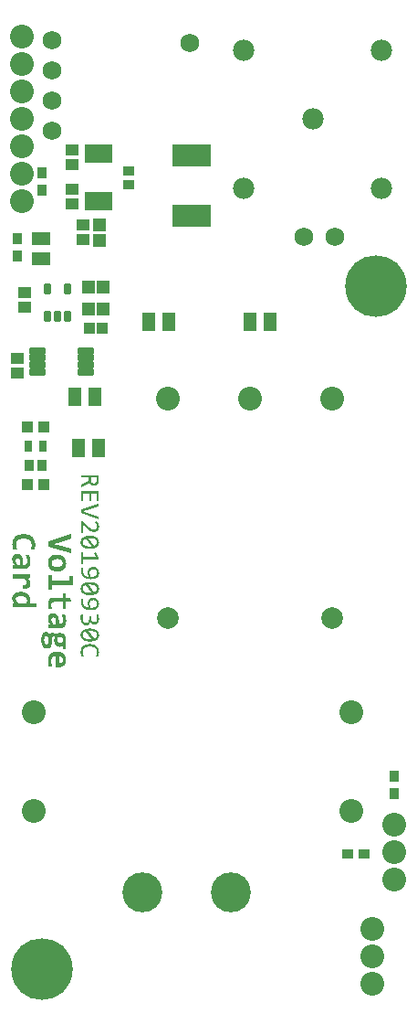
<source format=gts>
G04*
G04 #@! TF.GenerationSoftware,Altium Limited,Altium Designer,20.0.14 (345)*
G04*
G04 Layer_Color=8388736*
%FSLAX25Y25*%
%MOIN*%
G70*
G01*
G75*
%ADD34R,0.03556X0.04147*%
%ADD35R,0.06706X0.05131*%
%ADD36R,0.04147X0.03556*%
%ADD37R,0.05131X0.06706*%
%ADD38R,0.04147X0.03556*%
%ADD39R,0.03556X0.04147*%
%ADD40R,0.04934X0.04540*%
%ADD41R,0.04737X0.04343*%
%ADD42R,0.03950X0.04343*%
%ADD43R,0.04737X0.05131*%
G04:AMPARAMS|DCode=44|XSize=29.65mil|YSize=39.5mil|CornerRadius=5.95mil|HoleSize=0mil|Usage=FLASHONLY|Rotation=180.000|XOffset=0mil|YOffset=0mil|HoleType=Round|Shape=RoundedRectangle|*
%AMROUNDEDRECTD44*
21,1,0.02965,0.02760,0,0,180.0*
21,1,0.01776,0.03950,0,0,180.0*
1,1,0.01190,-0.00888,0.01380*
1,1,0.01190,0.00888,0.01380*
1,1,0.01190,0.00888,-0.01380*
1,1,0.01190,-0.00888,-0.01380*
%
%ADD44ROUNDEDRECTD44*%
%ADD45R,0.01981X0.06509*%
G04:AMPARAMS|DCode=46|XSize=25.72mil|YSize=61.15mil|CornerRadius=5.95mil|HoleSize=0mil|Usage=FLASHONLY|Rotation=90.000|XOffset=0mil|YOffset=0mil|HoleType=Round|Shape=RoundedRectangle|*
%AMROUNDEDRECTD46*
21,1,0.02572,0.04925,0,0,90.0*
21,1,0.01382,0.06115,0,0,90.0*
1,1,0.01190,0.02463,0.00691*
1,1,0.01190,0.02463,-0.00691*
1,1,0.01190,-0.02463,-0.00691*
1,1,0.01190,-0.02463,0.00691*
%
%ADD46ROUNDEDRECTD46*%
%ADD47R,0.14186X0.07887*%
%ADD48R,0.03162X0.03950*%
%ADD49R,0.03950X0.03950*%
%ADD50C,0.08674*%
%ADD51C,0.14580*%
%ADD52C,0.07887*%
%ADD53C,0.06902*%
%ADD54C,0.22453*%
%ADD55C,0.07800*%
G36*
X105858Y278486D02*
X105969D01*
X106205Y278472D01*
X106497Y278445D01*
X106802Y278389D01*
X107121Y278333D01*
X107427Y278250D01*
X107441D01*
X107468Y278236D01*
X107510Y278222D01*
X107566Y278195D01*
X107704Y278139D01*
X107899Y278056D01*
X108107Y277945D01*
X108343Y277820D01*
X108565Y277667D01*
X108787Y277501D01*
X108815Y277473D01*
X108884Y277417D01*
X108981Y277306D01*
X109106Y277168D01*
X109245Y276987D01*
X109384Y276779D01*
X109509Y276557D01*
X109634Y276307D01*
Y276293D01*
X109648Y276279D01*
X109661Y276238D01*
X109675Y276182D01*
X109731Y276043D01*
X109786Y275849D01*
X109828Y275627D01*
X109883Y275363D01*
X109911Y275072D01*
X109925Y274752D01*
Y274405D01*
X109911Y274225D01*
Y274128D01*
X109897Y274072D01*
X109883Y273920D01*
X109856Y273739D01*
Y273697D01*
X109842Y273656D01*
Y273587D01*
X109814Y273434D01*
X109773Y273253D01*
Y273239D01*
X109759Y273212D01*
X109745Y273156D01*
X109731Y273101D01*
X109689Y272934D01*
X109634Y272740D01*
X108107D01*
X108121Y272768D01*
X108149Y272837D01*
X108190Y272934D01*
X108246Y273073D01*
X108301Y273226D01*
X108357Y273406D01*
X108454Y273767D01*
Y273781D01*
X108468Y273850D01*
X108495Y273934D01*
X108509Y274044D01*
X108537Y274183D01*
X108551Y274322D01*
X108565Y274627D01*
Y274725D01*
X108551Y274836D01*
X108537Y274974D01*
X108509Y275127D01*
X108468Y275294D01*
X108412Y275460D01*
X108343Y275627D01*
X108329Y275641D01*
X108301Y275696D01*
X108260Y275766D01*
X108190Y275863D01*
X108107Y275974D01*
X108010Y276085D01*
X107899Y276196D01*
X107760Y276307D01*
X107746Y276321D01*
X107691Y276349D01*
X107607Y276390D01*
X107510Y276460D01*
X107371Y276515D01*
X107219Y276585D01*
X107052Y276640D01*
X106858Y276696D01*
X106830D01*
X106774Y276710D01*
X106663Y276723D01*
X106525Y276751D01*
X106358Y276765D01*
X106164Y276793D01*
X105942Y276807D01*
X105719D01*
X105706D01*
X105692D01*
X105608D01*
X105484Y276793D01*
X105317D01*
X105137Y276779D01*
X104942Y276751D01*
X104526Y276682D01*
X104498D01*
X104443Y276654D01*
X104345Y276626D01*
X104220Y276585D01*
X104082Y276529D01*
X103943Y276460D01*
X103790Y276390D01*
X103651Y276293D01*
X103638Y276279D01*
X103596Y276238D01*
X103526Y276182D01*
X103443Y276099D01*
X103360Y276002D01*
X103263Y275877D01*
X103180Y275752D01*
X103096Y275599D01*
X103082Y275585D01*
X103068Y275530D01*
X103041Y275432D01*
X103013Y275322D01*
X102971Y275169D01*
X102944Y275002D01*
X102930Y274822D01*
X102916Y274614D01*
Y274475D01*
X102930Y274336D01*
X102944Y274169D01*
Y274156D01*
X102957Y274128D01*
Y274072D01*
X102971Y274017D01*
X103013Y273864D01*
X103055Y273684D01*
Y273670D01*
X103068Y273642D01*
X103082Y273587D01*
X103096Y273531D01*
X103152Y273378D01*
X103207Y273198D01*
Y273184D01*
X103221Y273156D01*
X103249Y273101D01*
X103263Y273045D01*
X103332Y272892D01*
X103402Y272740D01*
X101958D01*
X101944Y272768D01*
X101916Y272837D01*
X101889Y272948D01*
X101833Y273087D01*
X101778Y273239D01*
X101736Y273420D01*
X101639Y273809D01*
Y273836D01*
X101625Y273892D01*
X101611Y273989D01*
X101583Y274128D01*
X101569Y274281D01*
X101542Y274461D01*
X101528Y274655D01*
Y275016D01*
X101542Y275085D01*
Y275169D01*
X101556Y275391D01*
X101583Y275627D01*
X101639Y275891D01*
X101694Y276154D01*
X101778Y276418D01*
Y276432D01*
X101792Y276446D01*
X101833Y276529D01*
X101889Y276654D01*
X101972Y276820D01*
X102083Y277001D01*
X102222Y277195D01*
X102374Y277390D01*
X102555Y277570D01*
X102583Y277584D01*
X102652Y277639D01*
X102763Y277723D01*
X102902Y277834D01*
X103096Y277945D01*
X103304Y278056D01*
X103554Y278167D01*
X103818Y278264D01*
X103832D01*
X103860Y278278D01*
X103901Y278292D01*
X103957Y278306D01*
X104026Y278320D01*
X104109Y278333D01*
X104332Y278375D01*
X104581Y278431D01*
X104887Y278458D01*
X105234Y278486D01*
X105595Y278500D01*
X105608D01*
X105636D01*
X105692D01*
X105775D01*
X105858Y278486D01*
D02*
G37*
G36*
X122883Y276751D02*
X117956Y275377D01*
X116346Y274933D01*
X118053Y274475D01*
X122883Y273101D01*
Y271463D01*
X114722Y273975D01*
Y276002D01*
X122883Y278500D01*
Y276751D01*
D02*
G37*
G36*
X103610Y271282D02*
X103721Y271269D01*
X103846Y271255D01*
X103984Y271213D01*
X104137Y271171D01*
X104276Y271116D01*
X104290Y271102D01*
X104345Y271074D01*
X104415Y271033D01*
X104498Y270963D01*
X104609Y270894D01*
X104720Y270783D01*
X104831Y270672D01*
X104928Y270533D01*
X104942Y270519D01*
X104970Y270463D01*
X105025Y270380D01*
X105081Y270269D01*
X105150Y270130D01*
X105234Y269964D01*
X105303Y269770D01*
X105359Y269561D01*
Y269547D01*
X105373Y269533D01*
X105386Y269450D01*
X105414Y269325D01*
X105442Y269159D01*
X105470Y268964D01*
X105497Y268728D01*
X105525Y268465D01*
Y267340D01*
X105900D01*
X105914D01*
X105942D01*
X105983D01*
X106053Y267354D01*
X106191Y267368D01*
X106344Y267410D01*
X106358D01*
X106372Y267424D01*
X106455Y267465D01*
X106566Y267535D01*
X106677Y267632D01*
X106705Y267660D01*
X106761Y267743D01*
X106830Y267868D01*
X106885Y268035D01*
Y268048D01*
X106899Y268076D01*
X106913Y268132D01*
X106927Y268201D01*
X106941Y268284D01*
X106955Y268395D01*
X106969Y268631D01*
Y268840D01*
X106955Y268978D01*
X106941Y269159D01*
X106913Y269339D01*
X106830Y269756D01*
Y269783D01*
X106802Y269853D01*
X106774Y269950D01*
X106747Y270089D01*
X106691Y270241D01*
X106636Y270422D01*
X106483Y270797D01*
X107704D01*
X107718Y270783D01*
X107732Y270713D01*
X107760Y270630D01*
X107801Y270505D01*
X107843Y270352D01*
X107899Y270172D01*
X107954Y269978D01*
X107996Y269756D01*
Y269728D01*
X108010Y269658D01*
X108037Y269533D01*
X108065Y269381D01*
X108079Y269186D01*
X108107Y268978D01*
X108121Y268742D01*
Y268257D01*
X108107Y268090D01*
X108093Y267896D01*
X108065Y267701D01*
X108024Y267493D01*
X107982Y267299D01*
Y267271D01*
X107954Y267216D01*
X107926Y267118D01*
X107885Y267007D01*
X107815Y266869D01*
X107746Y266730D01*
X107663Y266591D01*
X107566Y266466D01*
X107552Y266452D01*
X107524Y266410D01*
X107455Y266355D01*
X107385Y266286D01*
X107288Y266202D01*
X107177Y266119D01*
X107038Y266050D01*
X106899Y265980D01*
X106885Y265966D01*
X106830Y265952D01*
X106747Y265925D01*
X106636Y265897D01*
X106497Y265869D01*
X106344Y265841D01*
X106164Y265814D01*
X105969D01*
X101639D01*
Y267132D01*
X102458Y267160D01*
X102444Y267174D01*
X102416Y267202D01*
X102388Y267243D01*
X102333Y267285D01*
X102208Y267424D01*
X102069Y267590D01*
X102055Y267604D01*
X102041Y267632D01*
X102014Y267674D01*
X101972Y267729D01*
X101875Y267882D01*
X101764Y268062D01*
Y268076D01*
X101750Y268104D01*
X101722Y268159D01*
X101694Y268229D01*
X101667Y268326D01*
X101625Y268423D01*
X101569Y268645D01*
Y268659D01*
X101556Y268701D01*
X101542Y268756D01*
Y268840D01*
X101528Y268951D01*
X101514Y269062D01*
X101500Y269325D01*
Y269409D01*
X101514Y269492D01*
Y269617D01*
X101528Y269742D01*
X101556Y269894D01*
X101639Y270186D01*
Y270200D01*
X101667Y270241D01*
X101694Y270311D01*
X101736Y270394D01*
X101861Y270588D01*
X102027Y270797D01*
X102041Y270811D01*
X102069Y270838D01*
X102125Y270880D01*
X102208Y270935D01*
X102291Y270991D01*
X102402Y271060D01*
X102652Y271171D01*
X102666D01*
X102721Y271185D01*
X102791Y271213D01*
X102888Y271227D01*
X102999Y271255D01*
X103138Y271282D01*
X103443Y271296D01*
X103471D01*
X103526D01*
X103610Y271282D01*
D02*
G37*
G36*
X118123Y271005D02*
X118317Y270991D01*
X118525Y270963D01*
X118747Y270935D01*
X118983Y270880D01*
X119219Y270811D01*
X119233D01*
X119247Y270797D01*
X119330Y270769D01*
X119441Y270713D01*
X119580Y270644D01*
X119747Y270561D01*
X119927Y270450D01*
X120107Y270325D01*
X120274Y270186D01*
X120288Y270172D01*
X120343Y270116D01*
X120427Y270033D01*
X120524Y269908D01*
X120635Y269770D01*
X120746Y269603D01*
X120857Y269423D01*
X120954Y269214D01*
X120968Y269186D01*
X120996Y269117D01*
X121037Y268992D01*
X121079Y268826D01*
X121121Y268631D01*
X121162Y268409D01*
X121190Y268159D01*
X121204Y267896D01*
Y267771D01*
X121190Y267646D01*
X121176Y267465D01*
X121149Y267271D01*
X121107Y267063D01*
X121051Y266841D01*
X120982Y266633D01*
X120968Y266605D01*
X120940Y266535D01*
X120899Y266438D01*
X120829Y266300D01*
X120732Y266161D01*
X120635Y265994D01*
X120510Y265841D01*
X120357Y265689D01*
X120343Y265675D01*
X120288Y265619D01*
X120205Y265550D01*
X120080Y265467D01*
X119927Y265370D01*
X119761Y265272D01*
X119566Y265175D01*
X119344Y265092D01*
X119316Y265078D01*
X119233Y265064D01*
X119108Y265022D01*
X118942Y264981D01*
X118733Y264953D01*
X118498Y264912D01*
X118234Y264898D01*
X117942Y264884D01*
X117928D01*
X117914D01*
X117873D01*
X117817D01*
X117678Y264898D01*
X117484Y264912D01*
X117276Y264939D01*
X117040Y264981D01*
X116804Y265036D01*
X116568Y265106D01*
X116540Y265120D01*
X116471Y265147D01*
X116346Y265189D01*
X116207Y265259D01*
X116027Y265342D01*
X115860Y265453D01*
X115680Y265578D01*
X115499Y265717D01*
X115486Y265730D01*
X115430Y265786D01*
X115347Y265869D01*
X115250Y265994D01*
X115138Y266133D01*
X115027Y266300D01*
X114916Y266494D01*
X114819Y266702D01*
X114805Y266730D01*
X114778Y266799D01*
X114750Y266924D01*
X114708Y267077D01*
X114653Y267271D01*
X114625Y267493D01*
X114597Y267743D01*
X114583Y268021D01*
Y268145D01*
X114597Y268270D01*
X114611Y268437D01*
X114625Y268645D01*
X114667Y268853D01*
X114708Y269075D01*
X114778Y269284D01*
X114792Y269311D01*
X114819Y269381D01*
X114861Y269478D01*
X114930Y269603D01*
X115014Y269756D01*
X115125Y269922D01*
X115250Y270075D01*
X115388Y270228D01*
X115402Y270241D01*
X115458Y270297D01*
X115555Y270366D01*
X115680Y270450D01*
X115819Y270547D01*
X115999Y270644D01*
X116193Y270741D01*
X116416Y270824D01*
X116429D01*
X116443Y270838D01*
X116526Y270852D01*
X116651Y270880D01*
X116832Y270921D01*
X117040Y270963D01*
X117290Y270991D01*
X117568Y271005D01*
X117859Y271019D01*
X117873D01*
X117887D01*
X117928D01*
X117984D01*
X118123Y271005D01*
D02*
G37*
G36*
X107982Y262441D02*
X107052Y262371D01*
X107066Y262358D01*
X107094Y262344D01*
X107135Y262316D01*
X107191Y262274D01*
X107330Y262163D01*
X107482Y262024D01*
X107496Y262011D01*
X107510Y261997D01*
X107552Y261955D01*
X107593Y261899D01*
X107704Y261761D01*
X107815Y261594D01*
X107829Y261580D01*
X107843Y261553D01*
X107871Y261497D01*
X107899Y261428D01*
X107968Y261261D01*
X108037Y261053D01*
Y261039D01*
X108051Y260997D01*
X108065Y260942D01*
X108079Y260858D01*
X108093Y260775D01*
X108107Y260664D01*
X108121Y260414D01*
Y260331D01*
X108107Y260248D01*
Y260123D01*
X108079Y259998D01*
X108051Y259845D01*
X108010Y259706D01*
X107954Y259568D01*
X107940Y259554D01*
X107926Y259498D01*
X107885Y259429D01*
X107829Y259346D01*
X107760Y259248D01*
X107677Y259151D01*
X107566Y259040D01*
X107455Y258943D01*
X107441Y258929D01*
X107399Y258901D01*
X107330Y258860D01*
X107232Y258804D01*
X107121Y258735D01*
X106969Y258679D01*
X106816Y258624D01*
X106636Y258568D01*
X106608D01*
X106552Y258554D01*
X106455Y258527D01*
X106316Y258513D01*
X106150Y258485D01*
X105956Y258471D01*
X105747Y258457D01*
X105511D01*
Y259984D01*
X105525D01*
X105567D01*
X105636D01*
X105719D01*
X105914Y259998D01*
X106108Y260026D01*
X106122D01*
X106150Y260040D01*
X106191D01*
X106261Y260053D01*
X106386Y260109D01*
X106525Y260178D01*
X106538D01*
X106552Y260192D01*
X106622Y260248D01*
X106691Y260331D01*
X106761Y260428D01*
X106774Y260456D01*
X106802Y260525D01*
X106830Y260636D01*
X106844Y260775D01*
Y260831D01*
X106830Y260900D01*
X106802Y260983D01*
X106774Y261094D01*
X106719Y261206D01*
X106649Y261330D01*
X106552Y261469D01*
X106538Y261483D01*
X106497Y261525D01*
X106427Y261608D01*
X106330Y261705D01*
X106205Y261816D01*
X106053Y261955D01*
X105872Y262094D01*
X105650Y262246D01*
X101639D01*
Y263815D01*
X107982D01*
Y262441D01*
D02*
G37*
G36*
X115916Y261511D02*
X122356D01*
Y263301D01*
X123550D01*
Y259942D01*
X115916D01*
Y258124D01*
X114722D01*
Y263524D01*
X115916D01*
Y261511D01*
D02*
G37*
G36*
X104914Y257416D02*
X104998D01*
X105206Y257402D01*
X105442Y257375D01*
X105706Y257333D01*
X105956Y257277D01*
X106205Y257194D01*
X106219D01*
X106233Y257180D01*
X106316Y257153D01*
X106427Y257097D01*
X106580Y257014D01*
X106747Y256917D01*
X106927Y256806D01*
X107094Y256667D01*
X107260Y256514D01*
X107274Y256500D01*
X107330Y256431D01*
X107413Y256347D01*
X107496Y256223D01*
X107607Y256070D01*
X107718Y255890D01*
X107815Y255695D01*
X107899Y255473D01*
Y255459D01*
X107913Y255445D01*
X107926Y255362D01*
X107968Y255251D01*
X108010Y255084D01*
X108037Y254890D01*
X108079Y254668D01*
X108093Y254432D01*
X108107Y254168D01*
Y254016D01*
X108093Y253863D01*
X108065Y253696D01*
Y253655D01*
X108051Y253613D01*
Y253544D01*
X108024Y253405D01*
X107982Y253252D01*
X110467D01*
Y251726D01*
X101639D01*
Y253058D01*
X102569Y253086D01*
X102555Y253100D01*
X102527Y253127D01*
X102486Y253169D01*
X102430Y253211D01*
X102277Y253349D01*
X102125Y253502D01*
X102111Y253516D01*
X102097Y253544D01*
X102055Y253585D01*
X102014Y253641D01*
X101902Y253780D01*
X101792Y253960D01*
Y253974D01*
X101764Y254002D01*
X101750Y254043D01*
X101708Y254113D01*
X101639Y254279D01*
X101583Y254474D01*
Y254488D01*
X101569Y254515D01*
X101556Y254585D01*
X101542Y254654D01*
X101528Y254751D01*
X101514Y254849D01*
X101500Y255098D01*
Y255195D01*
X101514Y255293D01*
X101528Y255431D01*
X101556Y255584D01*
X101597Y255751D01*
X101653Y255931D01*
X101722Y256098D01*
X101736Y256112D01*
X101764Y256167D01*
X101819Y256250D01*
X101889Y256347D01*
X101972Y256472D01*
X102083Y256583D01*
X102208Y256708D01*
X102361Y256833D01*
X102374Y256847D01*
X102430Y256875D01*
X102527Y256930D01*
X102638Y257000D01*
X102791Y257069D01*
X102957Y257139D01*
X103152Y257208D01*
X103360Y257277D01*
X103374D01*
X103388D01*
X103471Y257305D01*
X103582Y257319D01*
X103749Y257347D01*
X103943Y257375D01*
X104179Y257402D01*
X104429Y257416D01*
X104692Y257430D01*
X104706D01*
X104734D01*
X104776D01*
X104845D01*
X104914Y257416D01*
D02*
G37*
G36*
X121065Y255320D02*
X122675D01*
X123092Y253752D01*
X121065D01*
Y251295D01*
X119872D01*
Y253752D01*
X116887D01*
X116860D01*
X116804D01*
X116707Y253738D01*
X116582Y253724D01*
X116443Y253696D01*
X116318Y253655D01*
X116180Y253599D01*
X116068Y253516D01*
X116055Y253502D01*
X116027Y253461D01*
X115985Y253405D01*
X115944Y253322D01*
X115888Y253197D01*
X115846Y253058D01*
X115819Y252891D01*
X115805Y252683D01*
Y252544D01*
X115819Y252447D01*
Y252336D01*
X115832Y252225D01*
X115860Y251961D01*
Y251948D01*
X115874Y251906D01*
X115888Y251836D01*
X115902Y251739D01*
X115930Y251642D01*
X115957Y251531D01*
X116013Y251295D01*
X114792D01*
Y251309D01*
X114778Y251365D01*
X114764Y251448D01*
X114750Y251559D01*
X114722Y251684D01*
X114694Y251823D01*
X114653Y252128D01*
Y252142D01*
X114639Y252197D01*
X114625Y252281D01*
Y252378D01*
X114611Y252503D01*
X114597Y252642D01*
X114583Y252919D01*
Y253030D01*
X114597Y253141D01*
Y253294D01*
X114611Y253461D01*
X114639Y253641D01*
X114667Y253821D01*
X114708Y254002D01*
Y254016D01*
X114736Y254071D01*
X114764Y254168D01*
X114805Y254265D01*
X114930Y254515D01*
X115000Y254640D01*
X115097Y254751D01*
X115111Y254765D01*
X115152Y254793D01*
X115208Y254849D01*
X115291Y254918D01*
X115388Y254987D01*
X115513Y255057D01*
X115638Y255126D01*
X115791Y255182D01*
X115805D01*
X115860Y255209D01*
X115957Y255223D01*
X116068Y255251D01*
X116221Y255279D01*
X116388Y255293D01*
X116568Y255320D01*
X116776D01*
X119872D01*
Y257014D01*
X121065D01*
Y255320D01*
D02*
G37*
G36*
X116693Y249657D02*
X116804Y249643D01*
X116929Y249630D01*
X117068Y249588D01*
X117220Y249546D01*
X117359Y249491D01*
X117373Y249477D01*
X117429Y249449D01*
X117498Y249408D01*
X117581Y249338D01*
X117692Y249269D01*
X117803Y249158D01*
X117914Y249047D01*
X118012Y248908D01*
X118026Y248894D01*
X118053Y248838D01*
X118109Y248755D01*
X118164Y248644D01*
X118234Y248505D01*
X118317Y248339D01*
X118386Y248144D01*
X118442Y247936D01*
Y247922D01*
X118456Y247908D01*
X118470Y247825D01*
X118498Y247700D01*
X118525Y247534D01*
X118553Y247339D01*
X118581Y247103D01*
X118608Y246840D01*
Y245715D01*
X118983D01*
X118997D01*
X119025D01*
X119067D01*
X119136Y245729D01*
X119275Y245743D01*
X119427Y245785D01*
X119441D01*
X119455Y245799D01*
X119538Y245840D01*
X119650Y245910D01*
X119761Y246007D01*
X119788Y246035D01*
X119844Y246118D01*
X119913Y246243D01*
X119969Y246409D01*
Y246423D01*
X119983Y246451D01*
X119997Y246507D01*
X120010Y246576D01*
X120024Y246659D01*
X120038Y246770D01*
X120052Y247006D01*
Y247215D01*
X120038Y247353D01*
X120024Y247534D01*
X119997Y247714D01*
X119913Y248131D01*
Y248158D01*
X119885Y248228D01*
X119858Y248325D01*
X119830Y248464D01*
X119774Y248616D01*
X119719Y248797D01*
X119566Y249172D01*
X120788D01*
X120801Y249158D01*
X120815Y249088D01*
X120843Y249005D01*
X120885Y248880D01*
X120926Y248727D01*
X120982Y248547D01*
X121037Y248353D01*
X121079Y248131D01*
Y248103D01*
X121093Y248033D01*
X121121Y247908D01*
X121149Y247756D01*
X121162Y247562D01*
X121190Y247353D01*
X121204Y247117D01*
Y246632D01*
X121190Y246465D01*
X121176Y246271D01*
X121149Y246076D01*
X121107Y245868D01*
X121065Y245674D01*
Y245646D01*
X121037Y245590D01*
X121010Y245493D01*
X120968Y245382D01*
X120899Y245244D01*
X120829Y245105D01*
X120746Y244966D01*
X120649Y244841D01*
X120635Y244827D01*
X120607Y244785D01*
X120538Y244730D01*
X120468Y244661D01*
X120371Y244577D01*
X120260Y244494D01*
X120121Y244425D01*
X119983Y244355D01*
X119969Y244341D01*
X119913Y244327D01*
X119830Y244300D01*
X119719Y244272D01*
X119580Y244244D01*
X119427Y244216D01*
X119247Y244189D01*
X119053D01*
X114722D01*
Y245507D01*
X115541Y245535D01*
X115527Y245549D01*
X115499Y245577D01*
X115472Y245618D01*
X115416Y245660D01*
X115291Y245799D01*
X115152Y245965D01*
X115138Y245979D01*
X115125Y246007D01*
X115097Y246049D01*
X115055Y246104D01*
X114958Y246257D01*
X114847Y246437D01*
Y246451D01*
X114833Y246479D01*
X114805Y246534D01*
X114778Y246604D01*
X114750Y246701D01*
X114708Y246798D01*
X114653Y247020D01*
Y247034D01*
X114639Y247076D01*
X114625Y247131D01*
Y247215D01*
X114611Y247325D01*
X114597Y247437D01*
X114583Y247700D01*
Y247784D01*
X114597Y247867D01*
Y247992D01*
X114611Y248117D01*
X114639Y248269D01*
X114722Y248561D01*
Y248575D01*
X114750Y248616D01*
X114778Y248686D01*
X114819Y248769D01*
X114944Y248963D01*
X115111Y249172D01*
X115125Y249185D01*
X115152Y249213D01*
X115208Y249255D01*
X115291Y249310D01*
X115375Y249366D01*
X115486Y249435D01*
X115735Y249546D01*
X115749D01*
X115805Y249560D01*
X115874Y249588D01*
X115971Y249602D01*
X116082Y249630D01*
X116221Y249657D01*
X116526Y249671D01*
X116554D01*
X116610D01*
X116693Y249657D01*
D02*
G37*
G36*
X113889Y242828D02*
X114014Y242814D01*
X114167Y242787D01*
X114181D01*
X114195Y242773D01*
X114278Y242745D01*
X114389Y242690D01*
X114528Y242620D01*
X114542D01*
X114556Y242606D01*
X114625Y242537D01*
X114736Y242454D01*
X114847Y242343D01*
X114861Y242329D01*
X114875Y242315D01*
X114944Y242232D01*
X115041Y242107D01*
X115166Y241954D01*
X115180Y241968D01*
X115194Y242009D01*
X115236Y242065D01*
X115291Y242121D01*
X115430Y242273D01*
X115513Y242343D01*
X115610Y242412D01*
X115624D01*
X115666Y242440D01*
X115721Y242454D01*
X115791Y242481D01*
X115874Y242509D01*
X115985Y242537D01*
X116096Y242551D01*
X116207Y242565D01*
X116221D01*
X116249D01*
X116277D01*
X116332Y242551D01*
X116457Y242537D01*
X116596Y242509D01*
X116610D01*
X116624Y242495D01*
X116707Y242467D01*
X116818Y242426D01*
X116943Y242370D01*
X116957D01*
X116971Y242356D01*
X117054Y242301D01*
X117165Y242245D01*
X117276Y242162D01*
X117290D01*
X117304Y242134D01*
X117373Y242079D01*
X117470Y242009D01*
X117581Y241912D01*
X117595Y241926D01*
X117623Y241954D01*
X117678Y241996D01*
X117734Y242037D01*
X117817Y242107D01*
X117914Y242162D01*
X118137Y242287D01*
X118150D01*
X118192Y242315D01*
X118262Y242329D01*
X118359Y242356D01*
X118484Y242384D01*
X118622Y242412D01*
X118775Y242426D01*
X118956Y242440D01*
X118983D01*
X119053D01*
X119150Y242426D01*
X119275Y242412D01*
X119427Y242398D01*
X119580Y242356D01*
X119747Y242315D01*
X119899Y242259D01*
X119913Y242245D01*
X119969Y242218D01*
X120052Y242176D01*
X120149Y242121D01*
X120246Y242051D01*
X120371Y241954D01*
X120482Y241843D01*
X120593Y241732D01*
X120607Y241718D01*
X120635Y241676D01*
X120691Y241593D01*
X120760Y241496D01*
X120829Y241385D01*
X120899Y241246D01*
X120968Y241093D01*
X121037Y240927D01*
X121051Y240899D01*
X121065Y240844D01*
X121093Y240746D01*
X121121Y240621D01*
X121149Y240469D01*
X121162Y240302D01*
X121190Y240108D01*
Y239747D01*
X121176Y239567D01*
X121149Y239372D01*
Y239331D01*
X121135Y239275D01*
Y239220D01*
X121107Y239067D01*
X121065Y238900D01*
Y236693D01*
X119955D01*
Y237693D01*
X119941Y237679D01*
X119913Y237665D01*
X119872Y237637D01*
X119816Y237596D01*
X119663Y237526D01*
X119483Y237457D01*
X119469D01*
X119441Y237443D01*
X119400Y237429D01*
X119330Y237415D01*
X119178Y237387D01*
X118997Y237374D01*
X118969D01*
X118914D01*
X118803Y237387D01*
X118678Y237401D01*
X118539Y237415D01*
X118372Y237457D01*
X118220Y237498D01*
X118053Y237568D01*
X118039Y237582D01*
X117984Y237596D01*
X117914Y237637D01*
X117817Y237693D01*
X117706Y237776D01*
X117595Y237859D01*
X117484Y237957D01*
X117373Y238081D01*
X117359Y238095D01*
X117332Y238137D01*
X117276Y238206D01*
X117220Y238303D01*
X117165Y238428D01*
X117096Y238567D01*
X117026Y238720D01*
X116971Y238886D01*
Y238900D01*
X116943Y238970D01*
X116929Y239067D01*
X116901Y239192D01*
X116874Y239345D01*
X116860Y239511D01*
X116832Y239705D01*
Y240038D01*
X116846Y240108D01*
X116860Y240316D01*
X116887Y240524D01*
Y240538D01*
X116901Y240566D01*
X116915Y240621D01*
X116929Y240677D01*
X116984Y240816D01*
X117040Y240941D01*
X117026Y240955D01*
X116971Y241010D01*
X116901Y241066D01*
X116804Y241121D01*
X116776Y241135D01*
X116721Y241149D01*
X116638Y241177D01*
X116526Y241191D01*
X116513D01*
X116471D01*
X116402Y241177D01*
X116318Y241149D01*
X116304Y241135D01*
X116263Y241107D01*
X116207Y241066D01*
X116138Y240996D01*
X116124Y240982D01*
X116096Y240927D01*
X116055Y240857D01*
X116013Y240774D01*
Y240746D01*
X115985Y240677D01*
X115971Y240580D01*
X115957Y240469D01*
X115902Y238970D01*
Y238789D01*
X115888Y238664D01*
X115874Y238526D01*
X115846Y238373D01*
X115777Y238054D01*
Y238040D01*
X115763Y237984D01*
X115735Y237915D01*
X115694Y237818D01*
X115596Y237596D01*
X115444Y237360D01*
X115430Y237346D01*
X115402Y237304D01*
X115361Y237249D01*
X115305Y237193D01*
X115222Y237110D01*
X115138Y237040D01*
X115041Y236971D01*
X114930Y236902D01*
X114916Y236888D01*
X114875Y236874D01*
X114819Y236846D01*
X114736Y236818D01*
X114639Y236791D01*
X114528Y236763D01*
X114403Y236735D01*
X114264D01*
X114250D01*
X114195D01*
X114097Y236749D01*
X114000Y236763D01*
X113862Y236791D01*
X113723Y236818D01*
X113584Y236874D01*
X113431Y236943D01*
X113417Y236957D01*
X113362Y236985D01*
X113293Y237027D01*
X113195Y237096D01*
X113084Y237179D01*
X112973Y237276D01*
X112848Y237401D01*
X112737Y237540D01*
X112723Y237554D01*
X112696Y237610D01*
X112640Y237693D01*
X112571Y237818D01*
X112501Y237970D01*
X112418Y238137D01*
X112349Y238331D01*
X112279Y238553D01*
X112265Y238581D01*
X112251Y238664D01*
X112224Y238789D01*
X112196Y238956D01*
X112154Y239150D01*
X112127Y239386D01*
X112113Y239650D01*
X112099Y239941D01*
Y240066D01*
X112113Y240205D01*
Y240386D01*
X112127Y240594D01*
X112154Y240816D01*
X112182Y241038D01*
X112224Y241260D01*
Y241288D01*
X112251Y241343D01*
X112279Y241454D01*
X112321Y241579D01*
X112363Y241718D01*
X112418Y241871D01*
X112487Y242023D01*
X112571Y242162D01*
X112585Y242176D01*
X112612Y242218D01*
X112654Y242287D01*
X112723Y242356D01*
X112793Y242440D01*
X112890Y242523D01*
X112987Y242606D01*
X113098Y242676D01*
X113112D01*
X113154Y242704D01*
X113209Y242731D01*
X113293Y242759D01*
X113390Y242787D01*
X113501Y242814D01*
X113626Y242828D01*
X113751Y242842D01*
X113764D01*
X113792D01*
X113834D01*
X113889Y242828D01*
D02*
G37*
G36*
X118039Y235625D02*
X118234Y235611D01*
X118442Y235583D01*
X118678Y235555D01*
X118928Y235500D01*
X119164Y235430D01*
X119178D01*
X119192Y235417D01*
X119275Y235389D01*
X119386Y235347D01*
X119538Y235278D01*
X119705Y235194D01*
X119885Y235083D01*
X120066Y234972D01*
X120246Y234834D01*
X120260Y234820D01*
X120316Y234764D01*
X120399Y234681D01*
X120510Y234570D01*
X120621Y234431D01*
X120732Y234264D01*
X120857Y234084D01*
X120954Y233890D01*
X120968Y233862D01*
X120996Y233792D01*
X121037Y233682D01*
X121079Y233529D01*
X121121Y233348D01*
X121162Y233140D01*
X121190Y232904D01*
X121204Y232654D01*
Y232543D01*
X121190Y232418D01*
X121176Y232252D01*
X121149Y232071D01*
X121107Y231877D01*
X121051Y231669D01*
X120982Y231475D01*
X120968Y231447D01*
X120940Y231391D01*
X120899Y231294D01*
X120829Y231169D01*
X120746Y231030D01*
X120649Y230878D01*
X120538Y230739D01*
X120399Y230600D01*
X120385Y230586D01*
X120330Y230545D01*
X120260Y230475D01*
X120149Y230406D01*
X120024Y230323D01*
X119872Y230225D01*
X119691Y230142D01*
X119511Y230073D01*
X119483Y230059D01*
X119427Y230045D01*
X119316Y230017D01*
X119178Y229976D01*
X119011Y229934D01*
X118817Y229906D01*
X118595Y229892D01*
X118372Y229878D01*
X118345D01*
X118262D01*
X118137D01*
X117970Y229892D01*
X117956D01*
X117928D01*
X117887D01*
X117817Y229906D01*
X117678D01*
X117512Y229920D01*
Y234084D01*
X117498D01*
X117443D01*
X117359Y234070D01*
X117262D01*
X117137Y234056D01*
X117012Y234029D01*
X116762Y233959D01*
X116749D01*
X116707Y233931D01*
X116651Y233904D01*
X116582Y233862D01*
X116416Y233751D01*
X116235Y233598D01*
X116221Y233584D01*
X116207Y233557D01*
X116166Y233501D01*
X116124Y233446D01*
X116068Y233362D01*
X116013Y233265D01*
X115916Y233043D01*
Y233029D01*
X115902Y232987D01*
X115888Y232918D01*
X115860Y232821D01*
X115846Y232710D01*
X115819Y232585D01*
X115805Y232307D01*
Y232141D01*
X115819Y232016D01*
Y231863D01*
X115832Y231697D01*
X115846Y231516D01*
X115874Y231322D01*
Y231294D01*
X115888Y231225D01*
X115902Y231128D01*
X115930Y230989D01*
X115957Y230822D01*
X115999Y230642D01*
X116055Y230434D01*
X116110Y230225D01*
X114902D01*
Y230239D01*
X114889Y230267D01*
X114875Y230323D01*
X114861Y230392D01*
X114805Y230558D01*
X114764Y230767D01*
Y230808D01*
X114750Y230864D01*
X114736Y230947D01*
X114722Y231030D01*
X114708Y231128D01*
X114680Y231350D01*
Y231405D01*
X114667Y231461D01*
X114653Y231544D01*
X114639Y231627D01*
Y231738D01*
X114611Y231960D01*
Y232016D01*
X114597Y232071D01*
Y232141D01*
X114583Y232335D01*
Y232668D01*
X114597Y232807D01*
X114611Y232987D01*
X114625Y233182D01*
X114667Y233404D01*
X114708Y233626D01*
X114778Y233848D01*
X114792Y233876D01*
X114819Y233945D01*
X114861Y234042D01*
X114930Y234181D01*
X115014Y234334D01*
X115125Y234500D01*
X115250Y234667D01*
X115388Y234820D01*
X115402Y234834D01*
X115458Y234889D01*
X115541Y234958D01*
X115666Y235042D01*
X115805Y235139D01*
X115985Y235250D01*
X116180Y235347D01*
X116388Y235430D01*
X116402D01*
X116416Y235444D01*
X116499Y235458D01*
X116624Y235500D01*
X116790Y235527D01*
X116984Y235569D01*
X117220Y235611D01*
X117484Y235625D01*
X117762Y235639D01*
X117776D01*
X117803D01*
X117831D01*
X117887D01*
X118039Y235625D01*
D02*
G37*
G36*
X133122Y298156D02*
X133110Y298056D01*
Y297922D01*
X133088Y297767D01*
X133066Y297600D01*
X133033Y297434D01*
X132988Y297278D01*
Y297256D01*
X132966Y297211D01*
X132933Y297134D01*
X132899Y297045D01*
X132855Y296934D01*
X132788Y296823D01*
X132722Y296711D01*
X132644Y296611D01*
X132633Y296600D01*
X132599Y296567D01*
X132555Y296523D01*
X132488Y296467D01*
X132411Y296400D01*
X132322Y296334D01*
X132211Y296278D01*
X132099Y296223D01*
X132088Y296212D01*
X132044Y296200D01*
X131977Y296178D01*
X131888Y296156D01*
X131788Y296134D01*
X131666Y296111D01*
X131544Y296089D01*
X131400D01*
X131388D01*
X131344D01*
X131288D01*
X131211Y296100D01*
X131122Y296111D01*
X131022Y296134D01*
X130811Y296189D01*
X130800D01*
X130766Y296200D01*
X130711Y296223D01*
X130655Y296256D01*
X130489Y296334D01*
X130322Y296456D01*
X130311Y296467D01*
X130289Y296489D01*
X130244Y296523D01*
X130189Y296578D01*
X130133Y296645D01*
X130066Y296723D01*
X129933Y296900D01*
X129922Y296911D01*
X129911Y296945D01*
X129877Y297000D01*
X129844Y297067D01*
X129811Y297156D01*
X129766Y297256D01*
X129733Y297378D01*
X129700Y297500D01*
Y297489D01*
X129677Y297456D01*
X129655Y297400D01*
X129622Y297334D01*
X129578Y297267D01*
X129511Y297189D01*
X129444Y297111D01*
X129355Y297034D01*
X129344Y297023D01*
X129311Y297000D01*
X129266Y296956D01*
X129189Y296911D01*
X129100Y296845D01*
X129000Y296778D01*
X128866Y296711D01*
X128733Y296634D01*
X126589Y295589D01*
Y296600D01*
X128678Y297578D01*
X128689D01*
X128722Y297600D01*
X128755Y297622D01*
X128811Y297645D01*
X128944Y297722D01*
X129066Y297811D01*
X129077D01*
X129100Y297834D01*
X129166Y297878D01*
X129244Y297956D01*
X129322Y298056D01*
Y298067D01*
X129333Y298078D01*
X129377Y298145D01*
X129411Y298234D01*
X129455Y298345D01*
Y298356D01*
X129466Y298367D01*
Y298400D01*
X129478Y298445D01*
X129489Y298556D01*
X129500Y298700D01*
Y299111D01*
X126589D01*
Y300000D01*
X133122D01*
Y298156D01*
D02*
G37*
G36*
Y290501D02*
X132366D01*
Y293334D01*
X130355D01*
Y290612D01*
X129600D01*
Y293334D01*
X127344D01*
Y290501D01*
X126589D01*
Y294223D01*
X133122D01*
Y290501D01*
D02*
G37*
G36*
Y288557D02*
X128711Y287157D01*
X127422Y286757D01*
X128711Y286346D01*
X133122Y284935D01*
Y283979D01*
X126589Y286201D01*
Y287401D01*
X133122Y289568D01*
Y288557D01*
D02*
G37*
G36*
X129044Y281546D02*
X129066Y281524D01*
X129111Y281480D01*
X129189Y281402D01*
X129289Y281302D01*
X129400Y281191D01*
X129522Y281080D01*
X129644Y280969D01*
X129755Y280869D01*
X129766Y280857D01*
X129811Y280824D01*
X129866Y280780D01*
X129933Y280724D01*
X130022Y280658D01*
X130111Y280591D01*
X130300Y280469D01*
X130311Y280457D01*
X130344Y280446D01*
X130388Y280413D01*
X130455Y280380D01*
X130600Y280313D01*
X130766Y280269D01*
X130777D01*
X130811Y280258D01*
X130855Y280246D01*
X130911Y280235D01*
X130977D01*
X131066Y280224D01*
X131244Y280213D01*
X131255D01*
X131288D01*
X131333D01*
X131388Y280224D01*
X131544Y280235D01*
X131700Y280280D01*
X131711D01*
X131733Y280291D01*
X131777Y280302D01*
X131833Y280324D01*
X131955Y280391D01*
X132088Y280480D01*
X132099Y280491D01*
X132122Y280502D01*
X132144Y280535D01*
X132188Y280569D01*
X132266Y280691D01*
X132355Y280835D01*
Y280846D01*
X132366Y280869D01*
X132388Y280913D01*
X132411Y280980D01*
X132422Y281058D01*
X132444Y281135D01*
X132455Y281235D01*
Y281413D01*
X132444Y281491D01*
X132433Y281591D01*
X132411Y281713D01*
X132377Y281835D01*
X132333Y281968D01*
X132266Y282102D01*
X132255Y282113D01*
X132233Y282157D01*
X132188Y282224D01*
X132133Y282313D01*
X132066Y282402D01*
X131988Y282513D01*
X131888Y282613D01*
X131788Y282724D01*
X132355Y283202D01*
X132377Y283179D01*
X132422Y283135D01*
X132488Y283057D01*
X132577Y282957D01*
X132677Y282835D01*
X132777Y282691D01*
X132888Y282535D01*
X132977Y282357D01*
Y282346D01*
X132988Y282335D01*
X133010Y282268D01*
X133055Y282168D01*
X133099Y282035D01*
X133144Y281869D01*
X133188Y281680D01*
X133210Y281469D01*
X133222Y281235D01*
Y281157D01*
X133210Y281080D01*
Y280969D01*
X133188Y280846D01*
X133166Y280713D01*
X133133Y280569D01*
X133088Y280435D01*
X133077Y280424D01*
X133066Y280380D01*
X133033Y280313D01*
X132988Y280224D01*
X132933Y280124D01*
X132877Y280024D01*
X132711Y279824D01*
X132699Y279813D01*
X132666Y279780D01*
X132610Y279735D01*
X132544Y279669D01*
X132455Y279602D01*
X132355Y279535D01*
X132244Y279469D01*
X132111Y279413D01*
X132099Y279402D01*
X132044Y279391D01*
X131977Y279369D01*
X131877Y279335D01*
X131755Y279313D01*
X131622Y279291D01*
X131477Y279280D01*
X131311Y279269D01*
X131299D01*
X131244D01*
X131177D01*
X131077Y279280D01*
X130977Y279291D01*
X130855Y279313D01*
X130611Y279369D01*
X130600D01*
X130555Y279391D01*
X130489Y279413D01*
X130411Y279447D01*
X130311Y279491D01*
X130200Y279546D01*
X129966Y279680D01*
X129955Y279691D01*
X129911Y279713D01*
X129855Y279758D01*
X129766Y279813D01*
X129666Y279891D01*
X129555Y279980D01*
X129433Y280080D01*
X129311Y280191D01*
X129300Y280202D01*
X129255Y280246D01*
X129189Y280313D01*
X129100Y280391D01*
X128989Y280502D01*
X128866Y280624D01*
X128722Y280757D01*
X128578Y280913D01*
X127422Y282091D01*
Y278913D01*
X126589D01*
Y283224D01*
X127367D01*
X129044Y281546D01*
D02*
G37*
G36*
X130122Y277869D02*
X130311Y277858D01*
X130522Y277847D01*
X130744Y277813D01*
X130988Y277780D01*
X131222Y277736D01*
X131233D01*
X131255Y277724D01*
X131277Y277713D01*
X131322Y277702D01*
X131444Y277669D01*
X131588Y277625D01*
X131755Y277558D01*
X131933Y277480D01*
X132111Y277380D01*
X132288Y277280D01*
X132310Y277269D01*
X132366Y277224D01*
X132444Y277158D01*
X132544Y277069D01*
X132655Y276969D01*
X132766Y276836D01*
X132877Y276691D01*
X132977Y276525D01*
X132988Y276502D01*
X133010Y276447D01*
X133055Y276347D01*
X133099Y276225D01*
X133144Y276069D01*
X133188Y275880D01*
X133210Y275680D01*
X133222Y275458D01*
Y275369D01*
X133210Y275269D01*
X133199Y275147D01*
X133177Y275003D01*
X133133Y274836D01*
X133088Y274680D01*
X133022Y274514D01*
X133010Y274491D01*
X132988Y274436D01*
X132933Y274358D01*
X132866Y274258D01*
X132788Y274147D01*
X132677Y274025D01*
X132555Y273903D01*
X132411Y273780D01*
X132388Y273769D01*
X132333Y273725D01*
X132244Y273669D01*
X132122Y273603D01*
X131977Y273525D01*
X131788Y273447D01*
X131588Y273369D01*
X131355Y273303D01*
X131344D01*
X131322Y273292D01*
X131288D01*
X131244Y273281D01*
X131177Y273258D01*
X131111Y273247D01*
X131022Y273236D01*
X130933Y273214D01*
X130711Y273192D01*
X130455Y273158D01*
X130166Y273147D01*
X129855Y273136D01*
X129844D01*
X129822D01*
X129777D01*
X129733D01*
X129666D01*
X129589Y273147D01*
X129400Y273158D01*
X129189Y273169D01*
X128955Y273203D01*
X128711Y273236D01*
X128478Y273292D01*
X128466D01*
X128455Y273303D01*
X128422D01*
X128378Y273314D01*
X128267Y273358D01*
X128122Y273403D01*
X127955Y273469D01*
X127778Y273547D01*
X127600Y273636D01*
X127422Y273747D01*
X127400Y273758D01*
X127344Y273803D01*
X127267Y273869D01*
X127167Y273958D01*
X127056Y274058D01*
X126944Y274191D01*
X126833Y274336D01*
X126733Y274503D01*
X126722Y274525D01*
X126700Y274580D01*
X126655Y274680D01*
X126622Y274802D01*
X126578Y274958D01*
X126533Y275136D01*
X126511Y275336D01*
X126500Y275558D01*
Y275647D01*
X126511Y275747D01*
X126522Y275880D01*
X126544Y276025D01*
X126578Y276191D01*
X126622Y276358D01*
X126689Y276525D01*
X126700Y276547D01*
X126722Y276591D01*
X126778Y276669D01*
X126844Y276769D01*
X126922Y276891D01*
X127033Y277013D01*
X127155Y277136D01*
X127300Y277258D01*
X127322Y277269D01*
X127378Y277302D01*
X127467Y277358D01*
X127589Y277425D01*
X127733Y277502D01*
X127911Y277580D01*
X128122Y277658D01*
X128344Y277724D01*
X128355D01*
X128378Y277736D01*
X128411D01*
X128455Y277747D01*
X128522Y277758D01*
X128589Y277769D01*
X128678Y277791D01*
X128766Y277802D01*
X128989Y277836D01*
X129244Y277858D01*
X129544Y277869D01*
X129855Y277880D01*
X129866D01*
X129889D01*
X129933D01*
X129977D01*
X130044D01*
X130122Y277869D01*
D02*
G37*
G36*
X133155Y269936D02*
Y269159D01*
X127400D01*
Y267703D01*
X126589D01*
Y271803D01*
X127400D01*
Y270125D01*
X132166D01*
X131322Y271692D01*
X132066Y272003D01*
X133155Y269936D01*
D02*
G37*
G36*
X131211Y266548D02*
X131322Y266537D01*
X131455Y266526D01*
X131588Y266492D01*
X131744Y266459D01*
X131888Y266403D01*
X131911Y266392D01*
X131955Y266370D01*
X132033Y266337D01*
X132122Y266281D01*
X132233Y266214D01*
X132344Y266137D01*
X132466Y266048D01*
X132577Y265937D01*
X132588Y265926D01*
X132622Y265881D01*
X132677Y265814D01*
X132744Y265737D01*
X132822Y265626D01*
X132899Y265515D01*
X132977Y265370D01*
X133044Y265226D01*
X133055Y265203D01*
X133077Y265148D01*
X133099Y265070D01*
X133133Y264948D01*
X133166Y264815D01*
X133199Y264659D01*
X133210Y264481D01*
X133222Y264304D01*
Y264226D01*
X133210Y264126D01*
X133199Y264015D01*
X133177Y263881D01*
X133155Y263726D01*
X133110Y263570D01*
X133055Y263415D01*
X133044Y263392D01*
X133022Y263348D01*
X132988Y263270D01*
X132933Y263170D01*
X132855Y263048D01*
X132766Y262937D01*
X132666Y262815D01*
X132533Y262693D01*
X132522Y262682D01*
X132466Y262648D01*
X132388Y262593D01*
X132288Y262526D01*
X132155Y262448D01*
X132000Y262370D01*
X131811Y262293D01*
X131611Y262226D01*
X131599D01*
X131588Y262215D01*
X131555Y262204D01*
X131511Y262193D01*
X131455Y262182D01*
X131388Y262170D01*
X131222Y262137D01*
X131022Y262104D01*
X130789Y262070D01*
X130522Y262059D01*
X130222Y262048D01*
X130211D01*
X130177D01*
X130133D01*
X130066D01*
X129977Y262059D01*
X129889D01*
X129777Y262070D01*
X129655Y262082D01*
X129400Y262104D01*
X129122Y262148D01*
X128844Y262204D01*
X128578Y262282D01*
X128567D01*
X128544Y262293D01*
X128511Y262304D01*
X128466Y262326D01*
X128333Y262382D01*
X128178Y262459D01*
X128000Y262548D01*
X127811Y262670D01*
X127622Y262815D01*
X127444Y262970D01*
X127422Y262993D01*
X127367Y263048D01*
X127289Y263148D01*
X127200Y263270D01*
X127089Y263437D01*
X126978Y263626D01*
X126878Y263837D01*
X126789Y264081D01*
Y264092D01*
X126778Y264115D01*
X126767Y264148D01*
X126755Y264204D01*
X126744Y264259D01*
X126722Y264337D01*
X126711Y264426D01*
X126689Y264526D01*
X126655Y264748D01*
X126622Y265003D01*
X126600Y265303D01*
X126589Y265615D01*
Y266159D01*
X127344D01*
Y265448D01*
X127356Y265326D01*
Y265181D01*
X127378Y265003D01*
X127400Y264815D01*
X127422Y264626D01*
X127467Y264448D01*
Y264437D01*
X127478Y264426D01*
X127489Y264370D01*
X127522Y264281D01*
X127567Y264170D01*
X127622Y264048D01*
X127689Y263915D01*
X127767Y263781D01*
X127855Y263659D01*
X127866Y263648D01*
X127900Y263604D01*
X127955Y263548D01*
X128033Y263481D01*
X128122Y263404D01*
X128222Y263326D01*
X128333Y263248D01*
X128466Y263181D01*
X128489Y263170D01*
X128533Y263159D01*
X128611Y263126D01*
X128711Y263093D01*
X128833Y263059D01*
X128978Y263026D01*
X129133Y262993D01*
X129300Y262970D01*
X129511Y262948D01*
X129500Y262959D01*
X129478Y263004D01*
X129444Y263070D01*
X129400Y263159D01*
X129355Y263270D01*
X129300Y263392D01*
X129255Y263537D01*
X129211Y263681D01*
Y263704D01*
X129189Y263748D01*
X129177Y263837D01*
X129155Y263948D01*
X129133Y264081D01*
X129122Y264226D01*
X129100Y264392D01*
Y264659D01*
X129111Y264748D01*
X129122Y264870D01*
X129133Y265003D01*
X129166Y265148D01*
X129200Y265303D01*
X129244Y265448D01*
X129255Y265459D01*
X129266Y265504D01*
X129300Y265581D01*
X129344Y265659D01*
X129411Y265759D01*
X129478Y265870D01*
X129555Y265970D01*
X129644Y266070D01*
X129655Y266081D01*
X129689Y266114D01*
X129744Y266159D01*
X129822Y266203D01*
X129911Y266270D01*
X130022Y266326D01*
X130133Y266381D01*
X130266Y266437D01*
X130277D01*
X130333Y266459D01*
X130400Y266470D01*
X130500Y266492D01*
X130611Y266514D01*
X130744Y266537D01*
X130888Y266548D01*
X131044Y266559D01*
X131066D01*
X131122D01*
X131211Y266548D01*
D02*
G37*
G36*
X130122Y260971D02*
X130311Y260960D01*
X130522Y260948D01*
X130744Y260915D01*
X130988Y260882D01*
X131222Y260837D01*
X131233D01*
X131255Y260826D01*
X131277Y260815D01*
X131322Y260804D01*
X131444Y260771D01*
X131588Y260726D01*
X131755Y260660D01*
X131933Y260582D01*
X132111Y260482D01*
X132288Y260382D01*
X132310Y260371D01*
X132366Y260326D01*
X132444Y260260D01*
X132544Y260171D01*
X132655Y260071D01*
X132766Y259937D01*
X132877Y259793D01*
X132977Y259626D01*
X132988Y259604D01*
X133010Y259548D01*
X133055Y259449D01*
X133099Y259326D01*
X133144Y259171D01*
X133188Y258982D01*
X133210Y258782D01*
X133222Y258560D01*
Y258471D01*
X133210Y258371D01*
X133199Y258249D01*
X133177Y258104D01*
X133133Y257938D01*
X133088Y257782D01*
X133022Y257615D01*
X133010Y257593D01*
X132988Y257538D01*
X132933Y257460D01*
X132866Y257360D01*
X132788Y257249D01*
X132677Y257126D01*
X132555Y257004D01*
X132411Y256882D01*
X132388Y256871D01*
X132333Y256826D01*
X132244Y256771D01*
X132122Y256704D01*
X131977Y256627D01*
X131788Y256549D01*
X131588Y256471D01*
X131355Y256404D01*
X131344D01*
X131322Y256393D01*
X131288D01*
X131244Y256382D01*
X131177Y256360D01*
X131111Y256349D01*
X131022Y256338D01*
X130933Y256315D01*
X130711Y256293D01*
X130455Y256260D01*
X130166Y256249D01*
X129855Y256238D01*
X129844D01*
X129822D01*
X129777D01*
X129733D01*
X129666D01*
X129589Y256249D01*
X129400Y256260D01*
X129189Y256271D01*
X128955Y256304D01*
X128711Y256338D01*
X128478Y256393D01*
X128466D01*
X128455Y256404D01*
X128422D01*
X128378Y256416D01*
X128267Y256460D01*
X128122Y256504D01*
X127955Y256571D01*
X127778Y256649D01*
X127600Y256738D01*
X127422Y256849D01*
X127400Y256860D01*
X127344Y256904D01*
X127267Y256971D01*
X127167Y257060D01*
X127056Y257160D01*
X126944Y257293D01*
X126833Y257438D01*
X126733Y257604D01*
X126722Y257627D01*
X126700Y257682D01*
X126655Y257782D01*
X126622Y257904D01*
X126578Y258060D01*
X126533Y258238D01*
X126511Y258437D01*
X126500Y258660D01*
Y258749D01*
X126511Y258849D01*
X126522Y258982D01*
X126544Y259126D01*
X126578Y259293D01*
X126622Y259460D01*
X126689Y259626D01*
X126700Y259648D01*
X126722Y259693D01*
X126778Y259771D01*
X126844Y259871D01*
X126922Y259993D01*
X127033Y260115D01*
X127155Y260237D01*
X127300Y260360D01*
X127322Y260371D01*
X127378Y260404D01*
X127467Y260459D01*
X127589Y260526D01*
X127733Y260604D01*
X127911Y260682D01*
X128122Y260759D01*
X128344Y260826D01*
X128355D01*
X128378Y260837D01*
X128411D01*
X128455Y260848D01*
X128522Y260859D01*
X128589Y260871D01*
X128678Y260893D01*
X128766Y260904D01*
X128989Y260937D01*
X129244Y260960D01*
X129544Y260971D01*
X129855Y260982D01*
X129866D01*
X129889D01*
X129933D01*
X129977D01*
X130044D01*
X130122Y260971D01*
D02*
G37*
G36*
X131211Y255282D02*
X131322Y255271D01*
X131455Y255260D01*
X131588Y255227D01*
X131744Y255193D01*
X131888Y255138D01*
X131911Y255127D01*
X131955Y255104D01*
X132033Y255071D01*
X132122Y255016D01*
X132233Y254949D01*
X132344Y254871D01*
X132466Y254782D01*
X132577Y254671D01*
X132588Y254660D01*
X132622Y254616D01*
X132677Y254549D01*
X132744Y254471D01*
X132822Y254360D01*
X132899Y254249D01*
X132977Y254105D01*
X133044Y253960D01*
X133055Y253938D01*
X133077Y253882D01*
X133099Y253805D01*
X133133Y253682D01*
X133166Y253549D01*
X133199Y253394D01*
X133210Y253216D01*
X133222Y253038D01*
Y252960D01*
X133210Y252860D01*
X133199Y252749D01*
X133177Y252616D01*
X133155Y252460D01*
X133110Y252305D01*
X133055Y252149D01*
X133044Y252127D01*
X133022Y252083D01*
X132988Y252005D01*
X132933Y251905D01*
X132855Y251783D01*
X132766Y251672D01*
X132666Y251549D01*
X132533Y251427D01*
X132522Y251416D01*
X132466Y251383D01*
X132388Y251327D01*
X132288Y251260D01*
X132155Y251183D01*
X132000Y251105D01*
X131811Y251027D01*
X131611Y250960D01*
X131599D01*
X131588Y250949D01*
X131555Y250938D01*
X131511Y250927D01*
X131455Y250916D01*
X131388Y250905D01*
X131222Y250872D01*
X131022Y250838D01*
X130789Y250805D01*
X130522Y250794D01*
X130222Y250783D01*
X130211D01*
X130177D01*
X130133D01*
X130066D01*
X129977Y250794D01*
X129889D01*
X129777Y250805D01*
X129655Y250816D01*
X129400Y250838D01*
X129122Y250883D01*
X128844Y250938D01*
X128578Y251016D01*
X128567D01*
X128544Y251027D01*
X128511Y251038D01*
X128466Y251060D01*
X128333Y251116D01*
X128178Y251194D01*
X128000Y251283D01*
X127811Y251405D01*
X127622Y251549D01*
X127444Y251705D01*
X127422Y251727D01*
X127367Y251783D01*
X127289Y251883D01*
X127200Y252005D01*
X127089Y252171D01*
X126978Y252360D01*
X126878Y252571D01*
X126789Y252816D01*
Y252827D01*
X126778Y252849D01*
X126767Y252883D01*
X126755Y252938D01*
X126744Y252994D01*
X126722Y253071D01*
X126711Y253160D01*
X126689Y253260D01*
X126655Y253482D01*
X126622Y253738D01*
X126600Y254038D01*
X126589Y254349D01*
Y254893D01*
X127344D01*
Y254182D01*
X127356Y254060D01*
Y253916D01*
X127378Y253738D01*
X127400Y253549D01*
X127422Y253360D01*
X127467Y253183D01*
Y253171D01*
X127478Y253160D01*
X127489Y253105D01*
X127522Y253016D01*
X127567Y252905D01*
X127622Y252783D01*
X127689Y252649D01*
X127767Y252516D01*
X127855Y252394D01*
X127866Y252382D01*
X127900Y252338D01*
X127955Y252283D01*
X128033Y252216D01*
X128122Y252138D01*
X128222Y252060D01*
X128333Y251983D01*
X128466Y251916D01*
X128489Y251905D01*
X128533Y251894D01*
X128611Y251860D01*
X128711Y251827D01*
X128833Y251794D01*
X128978Y251760D01*
X129133Y251727D01*
X129300Y251705D01*
X129511Y251683D01*
X129500Y251694D01*
X129478Y251738D01*
X129444Y251805D01*
X129400Y251894D01*
X129355Y252005D01*
X129300Y252127D01*
X129255Y252271D01*
X129211Y252416D01*
Y252438D01*
X129189Y252483D01*
X129177Y252571D01*
X129155Y252682D01*
X129133Y252816D01*
X129122Y252960D01*
X129100Y253127D01*
Y253394D01*
X129111Y253482D01*
X129122Y253605D01*
X129133Y253738D01*
X129166Y253882D01*
X129200Y254038D01*
X129244Y254182D01*
X129255Y254193D01*
X129266Y254238D01*
X129300Y254316D01*
X129344Y254393D01*
X129411Y254493D01*
X129478Y254605D01*
X129555Y254704D01*
X129644Y254804D01*
X129655Y254816D01*
X129689Y254849D01*
X129744Y254893D01*
X129822Y254938D01*
X129911Y255005D01*
X130022Y255060D01*
X130133Y255116D01*
X130266Y255171D01*
X130277D01*
X130333Y255193D01*
X130400Y255205D01*
X130500Y255227D01*
X130611Y255249D01*
X130744Y255271D01*
X130888Y255282D01*
X131044Y255293D01*
X131066D01*
X131122D01*
X131211Y255282D01*
D02*
G37*
G36*
X127367Y249327D02*
X127356Y249283D01*
X127344Y249227D01*
X127333Y249149D01*
X127322Y249049D01*
X127311Y248938D01*
X127278Y248694D01*
Y248627D01*
X127267Y248561D01*
Y248361D01*
X127255Y248238D01*
Y247805D01*
X127267Y247694D01*
X127278Y247561D01*
X127289Y247428D01*
X127311Y247283D01*
X127333Y247150D01*
Y247139D01*
X127356Y247094D01*
X127367Y247027D01*
X127400Y246950D01*
X127478Y246761D01*
X127533Y246672D01*
X127589Y246583D01*
X127600Y246572D01*
X127622Y246550D01*
X127655Y246505D01*
X127700Y246461D01*
X127833Y246350D01*
X127900Y246305D01*
X127989Y246261D01*
X128000D01*
X128033Y246239D01*
X128078Y246228D01*
X128144Y246205D01*
X128222Y246183D01*
X128311Y246172D01*
X128522Y246150D01*
X128533D01*
X128567D01*
X128622Y246161D01*
X128678D01*
X128833Y246205D01*
X128911Y246228D01*
X128989Y246272D01*
X129000D01*
X129022Y246294D01*
X129055Y246328D01*
X129111Y246361D01*
X129211Y246472D01*
X129322Y246616D01*
X129333Y246628D01*
X129344Y246650D01*
X129366Y246694D01*
X129400Y246761D01*
X129433Y246839D01*
X129466Y246927D01*
X129500Y247027D01*
X129522Y247139D01*
Y247150D01*
X129533Y247194D01*
X129544Y247250D01*
X129566Y247327D01*
X129578Y247428D01*
X129589Y247539D01*
X129600Y247794D01*
Y248538D01*
X130311D01*
Y247672D01*
X130322Y247605D01*
X130333Y247516D01*
X130344Y247428D01*
X130388Y247239D01*
Y247228D01*
X130400Y247194D01*
X130422Y247150D01*
X130444Y247094D01*
X130511Y246961D01*
X130611Y246828D01*
X130622Y246816D01*
X130633Y246794D01*
X130666Y246761D01*
X130711Y246728D01*
X130822Y246639D01*
X130966Y246561D01*
X130977D01*
X131000Y246550D01*
X131044Y246528D01*
X131111Y246505D01*
X131177Y246494D01*
X131266Y246472D01*
X131455Y246461D01*
X131466D01*
X131477D01*
X131544D01*
X131633Y246472D01*
X131744Y246505D01*
X131877Y246539D01*
X132000Y246594D01*
X132122Y246672D01*
X132222Y246783D01*
X132233Y246794D01*
X132255Y246839D01*
X132299Y246916D01*
X132344Y247016D01*
X132388Y247150D01*
X132433Y247316D01*
X132455Y247505D01*
X132466Y247727D01*
Y247850D01*
X132455Y247938D01*
Y248039D01*
X132444Y248161D01*
X132399Y248416D01*
Y248427D01*
X132388Y248472D01*
X132377Y248550D01*
X132355Y248639D01*
X132322Y248750D01*
X132288Y248872D01*
X132255Y249016D01*
X132211Y249161D01*
X132966D01*
Y249149D01*
X132977Y249127D01*
X132988Y249094D01*
X132999Y249049D01*
X133033Y248938D01*
X133066Y248805D01*
Y248794D01*
X133077Y248772D01*
Y248727D01*
X133088Y248683D01*
X133122Y248561D01*
X133144Y248416D01*
Y248405D01*
X133155Y248383D01*
Y248350D01*
X133166Y248294D01*
X133177Y248172D01*
X133199Y248039D01*
Y248005D01*
X133210Y247961D01*
Y247916D01*
X133222Y247794D01*
Y247583D01*
X133210Y247483D01*
Y247361D01*
X133188Y247216D01*
X133166Y247072D01*
X133144Y246916D01*
X133099Y246761D01*
Y246739D01*
X133077Y246694D01*
X133055Y246616D01*
X133022Y246528D01*
X132977Y246416D01*
X132922Y246305D01*
X132855Y246194D01*
X132777Y246094D01*
X132766Y246083D01*
X132744Y246050D01*
X132699Y246005D01*
X132633Y245939D01*
X132555Y245883D01*
X132477Y245816D01*
X132377Y245750D01*
X132266Y245694D01*
X132255Y245683D01*
X132211Y245672D01*
X132155Y245650D01*
X132066Y245617D01*
X131966Y245594D01*
X131855Y245572D01*
X131722Y245561D01*
X131588Y245550D01*
X131577D01*
X131566D01*
X131500D01*
X131388Y245561D01*
X131266Y245583D01*
X131111Y245617D01*
X130955Y245672D01*
X130800Y245739D01*
X130644Y245839D01*
X130633Y245850D01*
X130577Y245894D01*
X130511Y245961D01*
X130433Y246050D01*
X130333Y246161D01*
X130233Y246294D01*
X130133Y246461D01*
X130044Y246639D01*
Y246628D01*
X130033Y246594D01*
X130022Y246550D01*
X130011Y246483D01*
X129989Y246405D01*
X129955Y246317D01*
X129877Y246139D01*
Y246128D01*
X129855Y246094D01*
X129833Y246050D01*
X129800Y245983D01*
X129700Y245839D01*
X129578Y245694D01*
X129566Y245683D01*
X129544Y245661D01*
X129500Y245628D01*
X129455Y245583D01*
X129389Y245528D01*
X129311Y245472D01*
X129133Y245372D01*
X129122Y245361D01*
X129089Y245350D01*
X129033Y245328D01*
X128966Y245305D01*
X128877Y245283D01*
X128789Y245261D01*
X128678Y245239D01*
X128567D01*
X128544D01*
X128489D01*
X128411Y245250D01*
X128300Y245261D01*
X128178Y245283D01*
X128044Y245317D01*
X127900Y245361D01*
X127755Y245417D01*
X127744Y245428D01*
X127689Y245450D01*
X127622Y245494D01*
X127533Y245550D01*
X127433Y245628D01*
X127322Y245717D01*
X127211Y245828D01*
X127100Y245950D01*
X127089Y245961D01*
X127056Y246017D01*
X127000Y246083D01*
X126944Y246183D01*
X126867Y246317D01*
X126800Y246461D01*
X126722Y246639D01*
X126655Y246828D01*
Y246839D01*
X126644Y246850D01*
Y246883D01*
X126633Y246916D01*
X126611Y247027D01*
X126578Y247183D01*
X126544Y247361D01*
X126522Y247572D01*
X126511Y247805D01*
X126500Y248061D01*
Y248294D01*
X126511Y248405D01*
Y248516D01*
X126533Y248761D01*
Y248816D01*
X126544Y248872D01*
Y248950D01*
X126556Y249038D01*
X126567Y249138D01*
X126589Y249338D01*
X127367D01*
Y249327D01*
D02*
G37*
G36*
X130122Y244072D02*
X130311Y244061D01*
X130522Y244050D01*
X130744Y244017D01*
X130988Y243983D01*
X131222Y243939D01*
X131233D01*
X131255Y243928D01*
X131277Y243917D01*
X131322Y243906D01*
X131444Y243872D01*
X131588Y243828D01*
X131755Y243761D01*
X131933Y243683D01*
X132111Y243583D01*
X132288Y243483D01*
X132310Y243472D01*
X132366Y243428D01*
X132444Y243361D01*
X132544Y243272D01*
X132655Y243172D01*
X132766Y243039D01*
X132877Y242895D01*
X132977Y242728D01*
X132988Y242706D01*
X133010Y242650D01*
X133055Y242550D01*
X133099Y242428D01*
X133144Y242272D01*
X133188Y242084D01*
X133210Y241884D01*
X133222Y241661D01*
Y241572D01*
X133210Y241473D01*
X133199Y241350D01*
X133177Y241206D01*
X133133Y241039D01*
X133088Y240884D01*
X133022Y240717D01*
X133010Y240695D01*
X132988Y240639D01*
X132933Y240562D01*
X132866Y240461D01*
X132788Y240350D01*
X132677Y240228D01*
X132555Y240106D01*
X132411Y239984D01*
X132388Y239973D01*
X132333Y239928D01*
X132244Y239873D01*
X132122Y239806D01*
X131977Y239728D01*
X131788Y239651D01*
X131588Y239573D01*
X131355Y239506D01*
X131344D01*
X131322Y239495D01*
X131288D01*
X131244Y239484D01*
X131177Y239462D01*
X131111Y239451D01*
X131022Y239439D01*
X130933Y239417D01*
X130711Y239395D01*
X130455Y239362D01*
X130166Y239351D01*
X129855Y239339D01*
X129844D01*
X129822D01*
X129777D01*
X129733D01*
X129666D01*
X129589Y239351D01*
X129400Y239362D01*
X129189Y239373D01*
X128955Y239406D01*
X128711Y239439D01*
X128478Y239495D01*
X128466D01*
X128455Y239506D01*
X128422D01*
X128378Y239517D01*
X128267Y239562D01*
X128122Y239606D01*
X127955Y239673D01*
X127778Y239751D01*
X127600Y239839D01*
X127422Y239950D01*
X127400Y239962D01*
X127344Y240006D01*
X127267Y240073D01*
X127167Y240161D01*
X127056Y240262D01*
X126944Y240395D01*
X126833Y240539D01*
X126733Y240706D01*
X126722Y240728D01*
X126700Y240784D01*
X126655Y240884D01*
X126622Y241006D01*
X126578Y241161D01*
X126533Y241339D01*
X126511Y241539D01*
X126500Y241761D01*
Y241850D01*
X126511Y241950D01*
X126522Y242084D01*
X126544Y242228D01*
X126578Y242395D01*
X126622Y242561D01*
X126689Y242728D01*
X126700Y242750D01*
X126722Y242795D01*
X126778Y242872D01*
X126844Y242972D01*
X126922Y243095D01*
X127033Y243217D01*
X127155Y243339D01*
X127300Y243461D01*
X127322Y243472D01*
X127378Y243506D01*
X127467Y243561D01*
X127589Y243628D01*
X127733Y243706D01*
X127911Y243783D01*
X128122Y243861D01*
X128344Y243928D01*
X128355D01*
X128378Y243939D01*
X128411D01*
X128455Y243950D01*
X128522Y243961D01*
X128589Y243972D01*
X128678Y243994D01*
X128766Y244006D01*
X128989Y244039D01*
X129244Y244061D01*
X129544Y244072D01*
X129855Y244083D01*
X129866D01*
X129889D01*
X129933D01*
X129977D01*
X130044D01*
X130122Y244072D01*
D02*
G37*
G36*
X129977Y238428D02*
X130066D01*
X130255Y238417D01*
X130466Y238395D01*
X130711Y238351D01*
X130955Y238306D01*
X131200Y238240D01*
X131211D01*
X131233Y238228D01*
X131266Y238217D01*
X131311Y238206D01*
X131422Y238151D01*
X131577Y238095D01*
X131744Y238006D01*
X131922Y237906D01*
X132111Y237795D01*
X132277Y237662D01*
X132299Y237640D01*
X132355Y237595D01*
X132433Y237506D01*
X132533Y237395D01*
X132644Y237262D01*
X132755Y237106D01*
X132866Y236929D01*
X132966Y236740D01*
Y236729D01*
X132977Y236717D01*
X132988Y236684D01*
X132999Y236640D01*
X133044Y236529D01*
X133088Y236384D01*
X133133Y236206D01*
X133177Y235995D01*
X133199Y235762D01*
X133210Y235518D01*
Y235351D01*
X133199Y235240D01*
X133188Y235106D01*
X133177Y234973D01*
X133133Y234673D01*
Y234651D01*
X133122Y234607D01*
X133099Y234529D01*
X133077Y234429D01*
X133044Y234318D01*
X132999Y234195D01*
X132899Y233918D01*
X132022D01*
X132033Y233929D01*
X132055Y233984D01*
X132088Y234051D01*
X132133Y234151D01*
X132177Y234262D01*
X132222Y234384D01*
X132310Y234662D01*
Y234684D01*
X132333Y234729D01*
X132344Y234806D01*
X132366Y234907D01*
X132388Y235029D01*
X132399Y235173D01*
X132422Y235329D01*
Y235573D01*
X132411Y235662D01*
X132399Y235773D01*
X132377Y235895D01*
X132344Y236040D01*
X132299Y236184D01*
X132244Y236329D01*
X132233Y236340D01*
X132211Y236384D01*
X132166Y236462D01*
X132111Y236540D01*
X132044Y236640D01*
X131955Y236751D01*
X131855Y236862D01*
X131733Y236962D01*
X131722Y236973D01*
X131677Y237006D01*
X131611Y237051D01*
X131511Y237106D01*
X131400Y237173D01*
X131255Y237240D01*
X131099Y237306D01*
X130933Y237362D01*
X130911D01*
X130855Y237384D01*
X130755Y237406D01*
X130622Y237428D01*
X130466Y237451D01*
X130289Y237473D01*
X130088Y237484D01*
X129866Y237495D01*
X129855D01*
X129811D01*
X129744D01*
X129655Y237484D01*
X129555D01*
X129433Y237473D01*
X129300Y237451D01*
X129155Y237428D01*
X128844Y237373D01*
X128522Y237284D01*
X128222Y237151D01*
X128089Y237073D01*
X127955Y236984D01*
X127944Y236973D01*
X127933Y236962D01*
X127900Y236929D01*
X127855Y236884D01*
X127811Y236840D01*
X127755Y236773D01*
X127689Y236695D01*
X127633Y236606D01*
X127578Y236506D01*
X127511Y236395D01*
X127455Y236262D01*
X127411Y236129D01*
X127367Y235984D01*
X127344Y235829D01*
X127322Y235651D01*
X127311Y235473D01*
Y235318D01*
X127322Y235218D01*
X127333Y235095D01*
X127344Y234962D01*
X127400Y234673D01*
Y234651D01*
X127422Y234607D01*
X127444Y234529D01*
X127478Y234429D01*
X127511Y234318D01*
X127555Y234195D01*
X127678Y233918D01*
X126833D01*
Y233929D01*
X126822Y233951D01*
X126800Y233996D01*
X126789Y234051D01*
X126755Y234129D01*
X126733Y234218D01*
X126700Y234307D01*
X126678Y234418D01*
X126611Y234673D01*
X126567Y234951D01*
X126522Y235251D01*
X126511Y235573D01*
Y235629D01*
X126522Y235706D01*
Y235806D01*
X126533Y235917D01*
X126556Y236051D01*
X126578Y236195D01*
X126611Y236362D01*
X126655Y236529D01*
X126711Y236706D01*
X126778Y236884D01*
X126856Y237062D01*
X126955Y237228D01*
X127067Y237395D01*
X127189Y237562D01*
X127333Y237706D01*
X127344Y237717D01*
X127378Y237740D01*
X127422Y237773D01*
X127489Y237817D01*
X127578Y237873D01*
X127678Y237940D01*
X127811Y238006D01*
X127955Y238073D01*
X128111Y238140D01*
X128300Y238206D01*
X128500Y238273D01*
X128711Y238328D01*
X128955Y238373D01*
X129211Y238406D01*
X129489Y238428D01*
X129777Y238439D01*
X129789D01*
X129811D01*
X129855D01*
X129911D01*
X129977Y238428D01*
D02*
G37*
%LPC*%
G36*
X103485Y269700D02*
X103471D01*
X103429D01*
X103360Y269686D01*
X103277Y269672D01*
X103180Y269645D01*
X103082Y269589D01*
X102985Y269533D01*
X102902Y269450D01*
X102888Y269436D01*
X102874Y269409D01*
X102846Y269353D01*
X102805Y269270D01*
X102763Y269173D01*
X102735Y269062D01*
X102721Y268923D01*
X102708Y268770D01*
Y268715D01*
X102721Y268645D01*
X102735Y268562D01*
X102763Y268465D01*
X102805Y268354D01*
X102860Y268229D01*
X102930Y268104D01*
X102944Y268090D01*
X102971Y268048D01*
X103027Y267965D01*
X103096Y267882D01*
X103193Y267771D01*
X103304Y267632D01*
X103443Y267493D01*
X103596Y267340D01*
X104443D01*
Y268423D01*
X104429Y268506D01*
X104415Y268728D01*
X104359Y268951D01*
Y268964D01*
X104345Y268992D01*
X104332Y269048D01*
X104304Y269103D01*
X104248Y269242D01*
X104151Y269381D01*
X104123Y269409D01*
X104068Y269478D01*
X103971Y269561D01*
X103846Y269631D01*
X103832D01*
X103818Y269645D01*
X103735Y269658D01*
X103624Y269686D01*
X103485Y269700D01*
D02*
G37*
G36*
X117887Y269436D02*
X117873D01*
X117845D01*
X117790D01*
X117720D01*
X117637Y269423D01*
X117554Y269409D01*
X117332Y269381D01*
X117096Y269339D01*
X116846Y269270D01*
X116610Y269173D01*
X116402Y269048D01*
X116374Y269034D01*
X116318Y268978D01*
X116249Y268881D01*
X116152Y268756D01*
X116055Y268604D01*
X115985Y268409D01*
X115930Y268201D01*
X115902Y267951D01*
Y267882D01*
X115916Y267812D01*
Y267715D01*
X115971Y267507D01*
X115999Y267396D01*
X116055Y267285D01*
X116068Y267271D01*
X116082Y267229D01*
X116124Y267188D01*
X116166Y267118D01*
X116290Y266966D01*
X116471Y266827D01*
X116485Y266813D01*
X116526Y266799D01*
X116582Y266771D01*
X116651Y266730D01*
X116749Y266688D01*
X116860Y266633D01*
X117109Y266563D01*
X117123D01*
X117179Y266549D01*
X117248Y266535D01*
X117345Y266508D01*
X117470Y266494D01*
X117595Y266480D01*
X117901Y266466D01*
X117914D01*
X117942D01*
X117998D01*
X118067D01*
X118150Y266480D01*
X118234D01*
X118456Y266508D01*
X118692Y266563D01*
X118942Y266619D01*
X119178Y266716D01*
X119386Y266841D01*
X119413Y266855D01*
X119469Y266910D01*
X119538Y266993D01*
X119636Y267118D01*
X119733Y267271D01*
X119802Y267465D01*
X119858Y267688D01*
X119885Y267951D01*
Y268021D01*
X119872Y268090D01*
Y268187D01*
X119816Y268395D01*
X119774Y268520D01*
X119719Y268631D01*
Y268645D01*
X119691Y268673D01*
X119650Y268728D01*
X119608Y268798D01*
X119469Y268937D01*
X119289Y269089D01*
X119275Y269103D01*
X119247Y269117D01*
X119192Y269145D01*
X119108Y269186D01*
X119025Y269228D01*
X118914Y269270D01*
X118664Y269353D01*
X118650D01*
X118608Y269367D01*
X118525Y269381D01*
X118428Y269395D01*
X118317Y269409D01*
X118178Y269423D01*
X117887Y269436D01*
D02*
G37*
G36*
X104942Y255834D02*
X104762D01*
X104734D01*
X104678D01*
X104581D01*
X104456Y255820D01*
X104304D01*
X104165Y255806D01*
X104012Y255792D01*
X103860Y255765D01*
X103846D01*
X103804Y255751D01*
X103735Y255737D01*
X103651Y255709D01*
X103457Y255654D01*
X103249Y255556D01*
X103235D01*
X103207Y255529D01*
X103124Y255459D01*
X102999Y255348D01*
X102902Y255209D01*
Y255195D01*
X102888Y255168D01*
X102874Y255126D01*
X102860Y255071D01*
X102819Y254918D01*
X102805Y254737D01*
Y254668D01*
X102819Y254599D01*
X102846Y254502D01*
X102874Y254390D01*
X102930Y254265D01*
X103013Y254127D01*
X103110Y254002D01*
X103124Y253988D01*
X103166Y253946D01*
X103235Y253877D01*
X103332Y253780D01*
X103457Y253669D01*
X103610Y253544D01*
X103776Y253405D01*
X103971Y253252D01*
X106747D01*
Y253266D01*
X106761Y253280D01*
X106774Y253322D01*
X106788Y253377D01*
X106830Y253530D01*
X106858Y253710D01*
Y253724D01*
X106872Y253752D01*
Y253807D01*
X106885Y253877D01*
X106899Y254043D01*
X106913Y254238D01*
Y254307D01*
X106899Y254377D01*
Y254460D01*
X106844Y254682D01*
X106816Y254793D01*
X106761Y254904D01*
Y254918D01*
X106733Y254946D01*
X106691Y255001D01*
X106649Y255071D01*
X106511Y255237D01*
X106330Y255404D01*
X106316Y255418D01*
X106275Y255431D01*
X106219Y255473D01*
X106136Y255515D01*
X106039Y255570D01*
X105928Y255626D01*
X105789Y255681D01*
X105650Y255723D01*
X105636D01*
X105581Y255737D01*
X105497Y255751D01*
X105400Y255778D01*
X105262Y255792D01*
X105109Y255820D01*
X104942Y255834D01*
D02*
G37*
G36*
X116568Y248075D02*
X116554D01*
X116513D01*
X116443Y248061D01*
X116360Y248047D01*
X116263Y248020D01*
X116166Y247964D01*
X116068Y247908D01*
X115985Y247825D01*
X115971Y247811D01*
X115957Y247784D01*
X115930Y247728D01*
X115888Y247645D01*
X115846Y247548D01*
X115819Y247437D01*
X115805Y247298D01*
X115791Y247145D01*
Y247090D01*
X115805Y247020D01*
X115819Y246937D01*
X115846Y246840D01*
X115888Y246729D01*
X115944Y246604D01*
X116013Y246479D01*
X116027Y246465D01*
X116055Y246423D01*
X116110Y246340D01*
X116180Y246257D01*
X116277Y246146D01*
X116388Y246007D01*
X116526Y245868D01*
X116679Y245715D01*
X117526D01*
Y246798D01*
X117512Y246881D01*
X117498Y247103D01*
X117443Y247325D01*
Y247339D01*
X117429Y247367D01*
X117415Y247423D01*
X117387Y247478D01*
X117332Y247617D01*
X117234Y247756D01*
X117207Y247784D01*
X117151Y247853D01*
X117054Y247936D01*
X116929Y248006D01*
X116915D01*
X116901Y248020D01*
X116818Y248033D01*
X116707Y248061D01*
X116568Y248075D01*
D02*
G37*
G36*
X118956Y241024D02*
X118928D01*
X118872D01*
X118789Y241010D01*
X118664Y240982D01*
X118539Y240955D01*
X118414Y240899D01*
X118289Y240830D01*
X118164Y240733D01*
X118150Y240719D01*
X118123Y240677D01*
X118067Y240608D01*
X118026Y240524D01*
X117970Y240399D01*
X117914Y240261D01*
X117887Y240094D01*
X117873Y239914D01*
Y239816D01*
X117887Y239747D01*
X117914Y239580D01*
X117956Y239414D01*
Y239400D01*
X117970Y239372D01*
X118026Y239289D01*
X118109Y239178D01*
X118206Y239067D01*
X118220D01*
X118234Y239039D01*
X118303Y238984D01*
X118428Y238914D01*
X118567Y238859D01*
X118581D01*
X118608Y238845D01*
X118650Y238831D01*
X118706Y238817D01*
X118831Y238803D01*
X118997Y238789D01*
X119025D01*
X119080D01*
X119178Y238803D01*
X119302Y238831D01*
X119427Y238859D01*
X119566Y238914D01*
X119691Y238998D01*
X119816Y239095D01*
X119830Y239109D01*
X119858Y239150D01*
X119913Y239220D01*
X119969Y239303D01*
X120024Y239428D01*
X120080Y239567D01*
X120107Y239733D01*
X120121Y239914D01*
Y240011D01*
X120107Y240080D01*
X120080Y240247D01*
X120024Y240413D01*
Y240427D01*
X120010Y240441D01*
X119955Y240538D01*
X119872Y240649D01*
X119761Y240760D01*
X119733Y240788D01*
X119663Y240844D01*
X119538Y240913D01*
X119400Y240968D01*
X119386D01*
X119358Y240982D01*
X119316D01*
X119261Y240996D01*
X119122Y241010D01*
X118956Y241024D01*
D02*
G37*
G36*
X113973Y241274D02*
X113889D01*
X113875D01*
X113834D01*
X113764Y241260D01*
X113681Y241232D01*
X113598Y241191D01*
X113514Y241121D01*
X113417Y241038D01*
X113348Y240913D01*
X113334Y240899D01*
X113320Y240844D01*
X113293Y240760D01*
X113265Y240635D01*
X113223Y240497D01*
X113195Y240316D01*
X113181Y240108D01*
X113168Y239872D01*
Y239719D01*
X113181Y239622D01*
X113209Y239386D01*
X113251Y239150D01*
Y239136D01*
X113265Y239095D01*
X113279Y239039D01*
X113306Y238970D01*
X113376Y238817D01*
X113473Y238664D01*
Y238650D01*
X113501Y238637D01*
X113556Y238553D01*
X113653Y238470D01*
X113778Y238387D01*
X113792D01*
X113806Y238373D01*
X113889Y238345D01*
X114000Y238317D01*
X114139Y238303D01*
X114153D01*
X114167D01*
X114236Y238317D01*
X114333Y238331D01*
X114417Y238387D01*
X114431Y238401D01*
X114486Y238442D01*
X114542Y238512D01*
X114611Y238609D01*
X114625Y238637D01*
X114653Y238706D01*
X114694Y238803D01*
X114722Y238942D01*
Y238956D01*
X114736Y238970D01*
Y239011D01*
X114750Y239067D01*
X114764Y239192D01*
Y239358D01*
X114792Y240691D01*
Y240705D01*
X114778Y240719D01*
X114722Y240802D01*
X114653Y240899D01*
X114569Y240996D01*
X114556Y241010D01*
X114500Y241066D01*
X114431Y241121D01*
X114347Y241177D01*
X114333Y241191D01*
X114278Y241204D01*
X114208Y241232D01*
X114125Y241260D01*
X114111D01*
X114056D01*
X113973Y241274D01*
D02*
G37*
G36*
X118608Y234070D02*
Y231433D01*
X118622D01*
X118664D01*
X118733D01*
X118831Y231447D01*
X119025Y231475D01*
X119247Y231530D01*
X119261D01*
X119289Y231544D01*
X119344Y231572D01*
X119413Y231599D01*
X119552Y231683D01*
X119705Y231808D01*
X119719Y231822D01*
X119733Y231835D01*
X119802Y231919D01*
X119899Y232044D01*
X119969Y232210D01*
Y232224D01*
X119983Y232252D01*
X119997Y232294D01*
X120024Y232349D01*
X120052Y232502D01*
X120066Y232696D01*
Y232793D01*
X120052Y232890D01*
X120024Y233029D01*
X119969Y233182D01*
X119899Y233334D01*
X119802Y233487D01*
X119677Y233640D01*
X119663Y233654D01*
X119608Y233695D01*
X119525Y233751D01*
X119400Y233834D01*
X119247Y233904D01*
X119067Y233973D01*
X118858Y234029D01*
X118608Y234070D01*
D02*
G37*
G36*
X132366Y299111D02*
X130211D01*
Y298289D01*
X130222Y298211D01*
Y298122D01*
X130244Y298022D01*
X130277Y297834D01*
Y297822D01*
X130289Y297789D01*
X130311Y297745D01*
X130333Y297678D01*
X130400Y297545D01*
X130489Y297400D01*
X130500Y297389D01*
X130511Y297367D01*
X130544Y297334D01*
X130588Y297300D01*
X130700Y297211D01*
X130833Y297123D01*
X130844D01*
X130866Y297111D01*
X130911Y297089D01*
X130977Y297067D01*
X131044Y297056D01*
X131133Y297034D01*
X131322Y297023D01*
X131333D01*
X131344D01*
X131411D01*
X131500Y297045D01*
X131611Y297067D01*
X131744Y297100D01*
X131866Y297167D01*
X131988Y297245D01*
X132099Y297356D01*
X132111Y297367D01*
X132144Y297411D01*
X132188Y297489D01*
X132233Y297589D01*
X132277Y297722D01*
X132322Y297878D01*
X132355Y298067D01*
X132366Y298278D01*
Y299111D01*
D02*
G37*
G36*
X130111Y277002D02*
X129877D01*
X129866D01*
X129855D01*
X129777D01*
X129677D01*
X129566D01*
X129555D01*
X129544D01*
X129478D01*
X129389D01*
X129278Y276991D01*
X131322Y274225D01*
X131333D01*
X131366Y274236D01*
X131411Y274258D01*
X131477Y274280D01*
X131622Y274336D01*
X131788Y274414D01*
X131799D01*
X131822Y274436D01*
X131866Y274458D01*
X131911Y274491D01*
X132033Y274580D01*
X132144Y274691D01*
X132155Y274703D01*
X132166Y274714D01*
X132199Y274747D01*
X132233Y274791D01*
X132310Y274914D01*
X132388Y275058D01*
Y275069D01*
X132399Y275091D01*
X132422Y275136D01*
X132433Y275191D01*
X132455Y275258D01*
X132466Y275336D01*
X132477Y275514D01*
Y275569D01*
X132466Y275636D01*
X132455Y275725D01*
X132433Y275814D01*
X132411Y275925D01*
X132366Y276025D01*
X132310Y276136D01*
X132299Y276147D01*
X132277Y276180D01*
X132244Y276236D01*
X132188Y276302D01*
X132111Y276369D01*
X132033Y276458D01*
X131933Y276536D01*
X131811Y276613D01*
X131799Y276625D01*
X131755Y276647D01*
X131688Y276680D01*
X131588Y276725D01*
X131466Y276769D01*
X131333Y276813D01*
X131177Y276858D01*
X131000Y276902D01*
X130977D01*
X130911Y276913D01*
X130811Y276936D01*
X130677Y276947D01*
X130511Y276969D01*
X130322Y276991D01*
X130111Y277002D01*
D02*
G37*
G36*
X128433Y276824D02*
X128422D01*
X128389Y276813D01*
X128333Y276791D01*
X128278Y276769D01*
X128111Y276713D01*
X127944Y276636D01*
X127933Y276625D01*
X127911Y276613D01*
X127866Y276591D01*
X127822Y276558D01*
X127700Y276469D01*
X127567Y276358D01*
X127555Y276347D01*
X127544Y276325D01*
X127511Y276291D01*
X127478Y276247D01*
X127400Y276136D01*
X127322Y275991D01*
Y275980D01*
X127311Y275958D01*
X127300Y275914D01*
X127289Y275847D01*
X127267Y275780D01*
X127255Y275702D01*
X127244Y275514D01*
Y275458D01*
X127255Y275391D01*
X127267Y275303D01*
X127278Y275214D01*
X127311Y275102D01*
X127344Y275003D01*
X127400Y274891D01*
X127411Y274880D01*
X127433Y274847D01*
X127467Y274791D01*
X127522Y274725D01*
X127589Y274658D01*
X127678Y274580D01*
X127778Y274503D01*
X127889Y274425D01*
X127900Y274414D01*
X127944Y274391D01*
X128022Y274358D01*
X128111Y274314D01*
X128233Y274258D01*
X128366Y274214D01*
X128533Y274169D01*
X128700Y274125D01*
X128711D01*
X128722D01*
X128789Y274103D01*
X128889Y274092D01*
X129022Y274069D01*
X129189Y274047D01*
X129377Y274036D01*
X129589Y274014D01*
X129822D01*
X129833D01*
X129855D01*
X129889D01*
X129922D01*
X130033Y274025D01*
X130155Y274036D01*
X130166D01*
X130189D01*
X130222D01*
X130255Y274047D01*
X130366D01*
X130489Y274058D01*
X128433Y276824D01*
D02*
G37*
G36*
X131222Y265648D02*
X131099D01*
X131088D01*
X131044D01*
X130988D01*
X130922Y265637D01*
X130833D01*
X130744Y265615D01*
X130555Y265581D01*
X130544D01*
X130511Y265570D01*
X130466Y265548D01*
X130411Y265526D01*
X130277Y265459D01*
X130144Y265359D01*
X130133Y265348D01*
X130122Y265326D01*
X130088Y265292D01*
X130055Y265248D01*
X130011Y265192D01*
X129966Y265126D01*
X129889Y264959D01*
Y264948D01*
X129877Y264915D01*
X129866Y264859D01*
X129844Y264792D01*
X129833Y264715D01*
X129811Y264615D01*
X129800Y264504D01*
Y264270D01*
X129811Y264148D01*
X129833Y264004D01*
Y263993D01*
X129844Y263970D01*
Y263926D01*
X129855Y263881D01*
X129889Y263759D01*
X129922Y263615D01*
Y263604D01*
X129933Y263581D01*
X129944Y263548D01*
X129966Y263504D01*
X130011Y263381D01*
X130066Y263259D01*
Y263248D01*
X130077Y263226D01*
X130100Y263204D01*
X130122Y263159D01*
X130177Y263059D01*
X130244Y262948D01*
X130255D01*
X130277D01*
X130311D01*
X130355D01*
X130466D01*
X130622Y262959D01*
X130789Y262970D01*
X130966Y262993D01*
X131155Y263015D01*
X131322Y263048D01*
X131344D01*
X131400Y263070D01*
X131477Y263093D01*
X131577Y263115D01*
X131688Y263159D01*
X131799Y263204D01*
X131911Y263259D01*
X132022Y263326D01*
X132033Y263337D01*
X132066Y263359D01*
X132111Y263392D01*
X132166Y263448D01*
X132233Y263515D01*
X132299Y263593D01*
X132355Y263670D01*
X132399Y263770D01*
Y263781D01*
X132422Y263815D01*
X132433Y263870D01*
X132455Y263937D01*
X132477Y264026D01*
X132488Y264126D01*
X132510Y264348D01*
Y264448D01*
X132499Y264515D01*
X132488Y264592D01*
X132466Y264681D01*
X132411Y264870D01*
Y264881D01*
X132399Y264903D01*
X132377Y264948D01*
X132344Y265003D01*
X132266Y265137D01*
X132144Y265281D01*
X132133Y265292D01*
X132111Y265303D01*
X132077Y265337D01*
X132022Y265381D01*
X131955Y265415D01*
X131877Y265459D01*
X131700Y265548D01*
X131688D01*
X131655Y265559D01*
X131599Y265581D01*
X131533Y265592D01*
X131444Y265615D01*
X131344Y265637D01*
X131222Y265648D01*
D02*
G37*
G36*
X130111Y260104D02*
X129877D01*
X129866D01*
X129855D01*
X129777D01*
X129677D01*
X129566D01*
X129555D01*
X129544D01*
X129478D01*
X129389D01*
X129278Y260093D01*
X131322Y257327D01*
X131333D01*
X131366Y257338D01*
X131411Y257360D01*
X131477Y257382D01*
X131622Y257438D01*
X131788Y257515D01*
X131799D01*
X131822Y257538D01*
X131866Y257560D01*
X131911Y257593D01*
X132033Y257682D01*
X132144Y257793D01*
X132155Y257804D01*
X132166Y257815D01*
X132199Y257849D01*
X132233Y257893D01*
X132310Y258015D01*
X132388Y258160D01*
Y258171D01*
X132399Y258193D01*
X132422Y258238D01*
X132433Y258293D01*
X132455Y258360D01*
X132466Y258437D01*
X132477Y258615D01*
Y258671D01*
X132466Y258737D01*
X132455Y258826D01*
X132433Y258915D01*
X132411Y259026D01*
X132366Y259126D01*
X132310Y259237D01*
X132299Y259248D01*
X132277Y259282D01*
X132244Y259337D01*
X132188Y259404D01*
X132111Y259471D01*
X132033Y259560D01*
X131933Y259637D01*
X131811Y259715D01*
X131799Y259726D01*
X131755Y259749D01*
X131688Y259782D01*
X131588Y259826D01*
X131466Y259871D01*
X131333Y259915D01*
X131177Y259960D01*
X131000Y260004D01*
X130977D01*
X130911Y260015D01*
X130811Y260037D01*
X130677Y260048D01*
X130511Y260071D01*
X130322Y260093D01*
X130111Y260104D01*
D02*
G37*
G36*
X128433Y259926D02*
X128422D01*
X128389Y259915D01*
X128333Y259893D01*
X128278Y259871D01*
X128111Y259815D01*
X127944Y259737D01*
X127933Y259726D01*
X127911Y259715D01*
X127866Y259693D01*
X127822Y259660D01*
X127700Y259571D01*
X127567Y259460D01*
X127555Y259449D01*
X127544Y259426D01*
X127511Y259393D01*
X127478Y259349D01*
X127400Y259237D01*
X127322Y259093D01*
Y259082D01*
X127311Y259060D01*
X127300Y259015D01*
X127289Y258948D01*
X127267Y258882D01*
X127255Y258804D01*
X127244Y258615D01*
Y258560D01*
X127255Y258493D01*
X127267Y258404D01*
X127278Y258315D01*
X127311Y258204D01*
X127344Y258104D01*
X127400Y257993D01*
X127411Y257982D01*
X127433Y257949D01*
X127467Y257893D01*
X127522Y257826D01*
X127589Y257760D01*
X127678Y257682D01*
X127778Y257604D01*
X127889Y257526D01*
X127900Y257515D01*
X127944Y257493D01*
X128022Y257460D01*
X128111Y257415D01*
X128233Y257360D01*
X128366Y257315D01*
X128533Y257271D01*
X128700Y257226D01*
X128711D01*
X128722D01*
X128789Y257204D01*
X128889Y257193D01*
X129022Y257171D01*
X129189Y257149D01*
X129377Y257138D01*
X129589Y257115D01*
X129822D01*
X129833D01*
X129855D01*
X129889D01*
X129922D01*
X130033Y257126D01*
X130155Y257138D01*
X130166D01*
X130189D01*
X130222D01*
X130255Y257149D01*
X130366D01*
X130489Y257160D01*
X128433Y259926D01*
D02*
G37*
G36*
X131222Y254382D02*
X131099D01*
X131088D01*
X131044D01*
X130988D01*
X130922Y254371D01*
X130833D01*
X130744Y254349D01*
X130555Y254316D01*
X130544D01*
X130511Y254305D01*
X130466Y254282D01*
X130411Y254260D01*
X130277Y254193D01*
X130144Y254094D01*
X130133Y254082D01*
X130122Y254060D01*
X130088Y254027D01*
X130055Y253982D01*
X130011Y253927D01*
X129966Y253860D01*
X129889Y253694D01*
Y253682D01*
X129877Y253649D01*
X129866Y253593D01*
X129844Y253527D01*
X129833Y253449D01*
X129811Y253349D01*
X129800Y253238D01*
Y253005D01*
X129811Y252883D01*
X129833Y252738D01*
Y252727D01*
X129844Y252705D01*
Y252660D01*
X129855Y252616D01*
X129889Y252494D01*
X129922Y252349D01*
Y252338D01*
X129933Y252316D01*
X129944Y252283D01*
X129966Y252238D01*
X130011Y252116D01*
X130066Y251994D01*
Y251983D01*
X130077Y251960D01*
X130100Y251938D01*
X130122Y251894D01*
X130177Y251794D01*
X130244Y251683D01*
X130255D01*
X130277D01*
X130311D01*
X130355D01*
X130466D01*
X130622Y251694D01*
X130789Y251705D01*
X130966Y251727D01*
X131155Y251749D01*
X131322Y251783D01*
X131344D01*
X131400Y251805D01*
X131477Y251827D01*
X131577Y251849D01*
X131688Y251894D01*
X131799Y251938D01*
X131911Y251994D01*
X132022Y252060D01*
X132033Y252071D01*
X132066Y252094D01*
X132111Y252127D01*
X132166Y252183D01*
X132233Y252249D01*
X132299Y252327D01*
X132355Y252405D01*
X132399Y252505D01*
Y252516D01*
X132422Y252549D01*
X132433Y252605D01*
X132455Y252671D01*
X132477Y252760D01*
X132488Y252860D01*
X132510Y253082D01*
Y253183D01*
X132499Y253249D01*
X132488Y253327D01*
X132466Y253416D01*
X132411Y253605D01*
Y253616D01*
X132399Y253638D01*
X132377Y253682D01*
X132344Y253738D01*
X132266Y253871D01*
X132144Y254016D01*
X132133Y254027D01*
X132111Y254038D01*
X132077Y254071D01*
X132022Y254116D01*
X131955Y254149D01*
X131877Y254193D01*
X131700Y254282D01*
X131688D01*
X131655Y254293D01*
X131599Y254316D01*
X131533Y254327D01*
X131444Y254349D01*
X131344Y254371D01*
X131222Y254382D01*
D02*
G37*
G36*
X130111Y243206D02*
X129877D01*
X129866D01*
X129855D01*
X129777D01*
X129677D01*
X129566D01*
X129555D01*
X129544D01*
X129478D01*
X129389D01*
X129278Y243195D01*
X131322Y240428D01*
X131333D01*
X131366Y240439D01*
X131411Y240461D01*
X131477Y240484D01*
X131622Y240539D01*
X131788Y240617D01*
X131799D01*
X131822Y240639D01*
X131866Y240662D01*
X131911Y240695D01*
X132033Y240784D01*
X132144Y240895D01*
X132155Y240906D01*
X132166Y240917D01*
X132199Y240950D01*
X132233Y240995D01*
X132310Y241117D01*
X132388Y241261D01*
Y241272D01*
X132399Y241295D01*
X132422Y241339D01*
X132433Y241395D01*
X132455Y241461D01*
X132466Y241539D01*
X132477Y241717D01*
Y241773D01*
X132466Y241839D01*
X132455Y241928D01*
X132433Y242017D01*
X132411Y242128D01*
X132366Y242228D01*
X132310Y242339D01*
X132299Y242350D01*
X132277Y242384D01*
X132244Y242439D01*
X132188Y242506D01*
X132111Y242572D01*
X132033Y242661D01*
X131933Y242739D01*
X131811Y242817D01*
X131799Y242828D01*
X131755Y242850D01*
X131688Y242883D01*
X131588Y242928D01*
X131466Y242972D01*
X131333Y243017D01*
X131177Y243061D01*
X131000Y243106D01*
X130977D01*
X130911Y243117D01*
X130811Y243139D01*
X130677Y243150D01*
X130511Y243172D01*
X130322Y243195D01*
X130111Y243206D01*
D02*
G37*
G36*
X128433Y243028D02*
X128422D01*
X128389Y243017D01*
X128333Y242995D01*
X128278Y242972D01*
X128111Y242917D01*
X127944Y242839D01*
X127933Y242828D01*
X127911Y242817D01*
X127866Y242795D01*
X127822Y242761D01*
X127700Y242672D01*
X127567Y242561D01*
X127555Y242550D01*
X127544Y242528D01*
X127511Y242495D01*
X127478Y242450D01*
X127400Y242339D01*
X127322Y242195D01*
Y242184D01*
X127311Y242161D01*
X127300Y242117D01*
X127289Y242050D01*
X127267Y241984D01*
X127255Y241906D01*
X127244Y241717D01*
Y241661D01*
X127255Y241595D01*
X127267Y241506D01*
X127278Y241417D01*
X127311Y241306D01*
X127344Y241206D01*
X127400Y241095D01*
X127411Y241084D01*
X127433Y241050D01*
X127467Y240995D01*
X127522Y240928D01*
X127589Y240862D01*
X127678Y240784D01*
X127778Y240706D01*
X127889Y240628D01*
X127900Y240617D01*
X127944Y240595D01*
X128022Y240562D01*
X128111Y240517D01*
X128233Y240461D01*
X128366Y240417D01*
X128533Y240373D01*
X128700Y240328D01*
X128711D01*
X128722D01*
X128789Y240306D01*
X128889Y240295D01*
X129022Y240273D01*
X129189Y240250D01*
X129377Y240239D01*
X129589Y240217D01*
X129822D01*
X129833D01*
X129855D01*
X129889D01*
X129922D01*
X130033Y240228D01*
X130155Y240239D01*
X130166D01*
X130189D01*
X130222D01*
X130255Y240250D01*
X130366D01*
X130489Y240262D01*
X128433Y243028D01*
D02*
G37*
%LPD*%
D34*
X112500Y410051D02*
D03*
Y403949D02*
D03*
X241000Y183949D02*
D03*
Y190051D02*
D03*
X103500Y386051D02*
D03*
Y379949D02*
D03*
D35*
X112000Y378800D02*
D03*
Y386200D02*
D03*
D36*
X144000Y406039D02*
D03*
Y410961D02*
D03*
D37*
X124253Y328500D02*
D03*
X131653D02*
D03*
X125800Y310000D02*
D03*
X133200D02*
D03*
X158700Y356000D02*
D03*
X151300D02*
D03*
X188300D02*
D03*
X195700D02*
D03*
D38*
X230102Y162000D02*
D03*
X224000D02*
D03*
D39*
X112461Y303500D02*
D03*
X107539D02*
D03*
D40*
X133500Y385646D02*
D03*
Y391354D02*
D03*
D41*
X103500Y337343D02*
D03*
Y342657D02*
D03*
X106000Y361343D02*
D03*
Y366657D02*
D03*
X123500Y418500D02*
D03*
Y413185D02*
D03*
X127500Y391158D02*
D03*
Y385842D02*
D03*
X123500Y398843D02*
D03*
Y404157D02*
D03*
D42*
X134500Y353500D02*
D03*
X129776D02*
D03*
D43*
X129244Y360500D02*
D03*
X134756D02*
D03*
X134756Y368500D02*
D03*
X129244D02*
D03*
D44*
X114260Y357980D02*
D03*
X118000D02*
D03*
X121740D02*
D03*
Y368020D02*
D03*
X114260D02*
D03*
D45*
X129000Y400000D02*
D03*
X130968D02*
D03*
X132937D02*
D03*
X134906D02*
D03*
X136874D02*
D03*
Y417323D02*
D03*
X134906D02*
D03*
X132937D02*
D03*
X130968D02*
D03*
X129000D02*
D03*
D46*
X128260Y345339D02*
D03*
X110740D02*
D03*
Y342779D02*
D03*
Y340220D02*
D03*
Y337661D02*
D03*
X128260Y342779D02*
D03*
Y340220D02*
D03*
Y337661D02*
D03*
D47*
X167000Y416524D02*
D03*
Y394476D02*
D03*
D48*
X112559Y310500D02*
D03*
X107441D02*
D03*
D49*
X107095Y296500D02*
D03*
X113000D02*
D03*
X107047Y317500D02*
D03*
X112953D02*
D03*
D50*
X105000Y450000D02*
D03*
Y430000D02*
D03*
Y440000D02*
D03*
Y420000D02*
D03*
Y410000D02*
D03*
Y400000D02*
D03*
Y460000D02*
D03*
X233000Y114500D02*
D03*
Y124500D02*
D03*
Y134500D02*
D03*
X109500Y177500D02*
D03*
X225500D02*
D03*
Y213500D02*
D03*
X109500D02*
D03*
X158500Y328000D02*
D03*
X218500D02*
D03*
X188500D02*
D03*
X241000Y172500D02*
D03*
Y162500D02*
D03*
Y152500D02*
D03*
D51*
X148980Y148000D02*
D03*
X181500D02*
D03*
D52*
X218500Y248000D02*
D03*
X158500D02*
D03*
D53*
X166500Y457500D02*
D03*
X116000Y436500D02*
D03*
Y447500D02*
D03*
Y458500D02*
D03*
Y425500D02*
D03*
X219500Y387000D02*
D03*
X208000D02*
D03*
D54*
X112500Y120000D02*
D03*
X234500Y369000D02*
D03*
D55*
X186100Y455000D02*
D03*
X236500D02*
D03*
Y404600D02*
D03*
X186100D02*
D03*
X211300Y429800D02*
D03*
M02*

</source>
